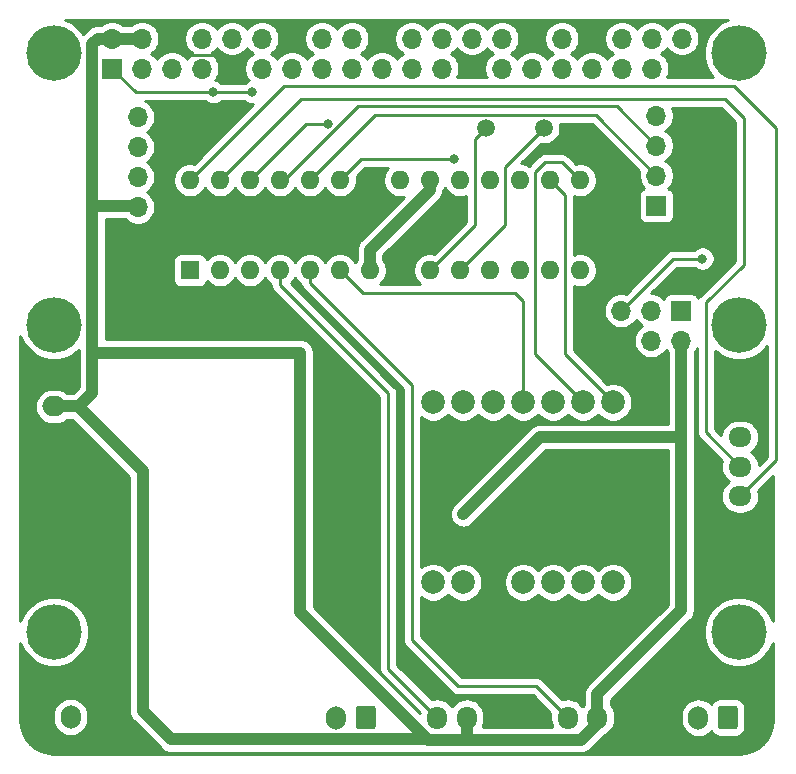
<source format=gbr>
%TF.GenerationSoftware,KiCad,Pcbnew,5.1.10*%
%TF.CreationDate,2021-11-06T21:22:03+05:45*%
%TF.ProjectId,RobotHat,526f626f-7448-4617-942e-6b696361645f,rev?*%
%TF.SameCoordinates,Original*%
%TF.FileFunction,Copper,L2,Bot*%
%TF.FilePolarity,Positive*%
%FSLAX46Y46*%
G04 Gerber Fmt 4.6, Leading zero omitted, Abs format (unit mm)*
G04 Created by KiCad (PCBNEW 5.1.10) date 2021-11-06 21:22:03*
%MOMM*%
%LPD*%
G01*
G04 APERTURE LIST*
%TA.AperFunction,ComponentPad*%
%ADD10O,1.700000X1.700000*%
%TD*%
%TA.AperFunction,ComponentPad*%
%ADD11R,1.700000X1.700000*%
%TD*%
%TA.AperFunction,ComponentPad*%
%ADD12C,1.500000*%
%TD*%
%TA.AperFunction,ComponentPad*%
%ADD13C,2.000000*%
%TD*%
%TA.AperFunction,ComponentPad*%
%ADD14O,1.600000X1.600000*%
%TD*%
%TA.AperFunction,ComponentPad*%
%ADD15R,1.600000X1.600000*%
%TD*%
%TA.AperFunction,ComponentPad*%
%ADD16O,1.950000X1.700000*%
%TD*%
%TA.AperFunction,ComponentPad*%
%ADD17C,4.700000*%
%TD*%
%TA.AperFunction,ComponentPad*%
%ADD18O,2.000000X1.700000*%
%TD*%
%TA.AperFunction,ComponentPad*%
%ADD19O,1.700000X2.000000*%
%TD*%
%TA.AperFunction,ComponentPad*%
%ADD20O,1.700000X1.950000*%
%TD*%
%TA.AperFunction,ViaPad*%
%ADD21C,0.800000*%
%TD*%
%TA.AperFunction,Conductor*%
%ADD22C,0.250000*%
%TD*%
%TA.AperFunction,Conductor*%
%ADD23C,1.000000*%
%TD*%
%TA.AperFunction,Conductor*%
%ADD24C,0.254000*%
%TD*%
%TA.AperFunction,Conductor*%
%ADD25C,0.100000*%
%TD*%
G04 APERTURE END LIST*
D10*
%TO.P,J11,40*%
%TO.N,N/C*%
X106960000Y-44260000D03*
%TO.P,J11,39*%
%TO.N,GND*%
X106960000Y-46800000D03*
%TO.P,J11,38*%
%TO.N,N/C*%
X104420000Y-44260000D03*
%TO.P,J11,37*%
X104420000Y-46800000D03*
%TO.P,J11,36*%
X101880000Y-44260000D03*
%TO.P,J11,35*%
X101880000Y-46800000D03*
%TO.P,J11,34*%
%TO.N,GND*%
X99340000Y-44260000D03*
%TO.P,J11,33*%
%TO.N,N/C*%
X99340000Y-46800000D03*
%TO.P,J11,32*%
X96800000Y-44260000D03*
%TO.P,J11,31*%
X96800000Y-46800000D03*
%TO.P,J11,30*%
%TO.N,GND*%
X94260000Y-44260000D03*
%TO.P,J11,29*%
%TO.N,N/C*%
X94260000Y-46800000D03*
%TO.P,J11,28*%
X91720000Y-44260000D03*
%TO.P,J11,27*%
X91720000Y-46800000D03*
%TO.P,J11,26*%
X89180000Y-44260000D03*
%TO.P,J11,25*%
%TO.N,GND*%
X89180000Y-46800000D03*
%TO.P,J11,24*%
%TO.N,N/C*%
X86640000Y-44260000D03*
%TO.P,J11,23*%
X86640000Y-46800000D03*
%TO.P,J11,22*%
X84100000Y-44260000D03*
%TO.P,J11,21*%
X84100000Y-46800000D03*
%TO.P,J11,20*%
%TO.N,GND*%
X81560000Y-44260000D03*
%TO.P,J11,19*%
%TO.N,N/C*%
X81560000Y-46800000D03*
%TO.P,J11,18*%
X79020000Y-44260000D03*
%TO.P,J11,17*%
%TO.N,+3V3*%
X79020000Y-46800000D03*
%TO.P,J11,16*%
%TO.N,N/C*%
X76480000Y-44260000D03*
%TO.P,J11,15*%
X76480000Y-46800000D03*
%TO.P,J11,14*%
%TO.N,GND*%
X73940000Y-44260000D03*
%TO.P,J11,13*%
%TO.N,N/C*%
X73940000Y-46800000D03*
%TO.P,J11,12*%
X71400000Y-44260000D03*
%TO.P,J11,11*%
X71400000Y-46800000D03*
%TO.P,J11,10*%
X68860000Y-44260000D03*
%TO.P,J11,9*%
%TO.N,GND*%
X68860000Y-46800000D03*
%TO.P,J11,8*%
%TO.N,N/C*%
X66320000Y-44260000D03*
%TO.P,J11,7*%
X66320000Y-46800000D03*
%TO.P,J11,6*%
%TO.N,GND*%
X63780000Y-44260000D03*
%TO.P,J11,5*%
%TO.N,3v3_SCL*%
X63780000Y-46800000D03*
%TO.P,J11,4*%
%TO.N,+5V*%
X61240000Y-44260000D03*
%TO.P,J11,3*%
%TO.N,3v3_SDA*%
X61240000Y-46800000D03*
%TO.P,J11,2*%
%TO.N,+5V*%
X58700000Y-44260000D03*
D11*
%TO.P,J11,1*%
%TO.N,+3V3*%
X58700000Y-46800000D03*
%TD*%
D10*
%TO.P,J8,4*%
%TO.N,A3*%
X104800000Y-50780000D03*
%TO.P,J8,3*%
%TO.N,A2*%
X104800000Y-53320000D03*
%TO.P,J8,2*%
%TO.N,A1*%
X104800000Y-55860000D03*
D11*
%TO.P,J8,1*%
%TO.N,A0*%
X104800000Y-58400000D03*
%TD*%
D12*
%TO.P,Y1,2*%
%TO.N,XTAL1*%
X90406000Y-51818000D03*
%TO.P,Y1,1*%
%TO.N,XTAL2*%
X95286000Y-51818000D03*
%TD*%
D13*
%TO.P,U3,16*%
%TO.N,GND*%
X103680000Y-75060000D03*
%TO.P,U3,15*%
%TO.N,D10*%
X101140000Y-75060000D03*
%TO.P,U3,14*%
%TO.N,D9*%
X98600000Y-75060000D03*
%TO.P,U3,13*%
%TO.N,D8*%
X96060000Y-75060000D03*
%TO.P,U3,12*%
%TO.N,D4*%
X93520000Y-75060000D03*
%TO.P,U3,11*%
%TO.N,D7*%
X90980000Y-75060000D03*
%TO.P,U3,10*%
%TO.N,D6*%
X88440000Y-75060000D03*
%TO.P,U3,9*%
%TO.N,D5*%
X85900000Y-75060000D03*
%TO.P,U3,8*%
%TO.N,GND*%
X103680000Y-90300000D03*
%TO.P,U3,7*%
%TO.N,MOTORB1*%
X101140000Y-90300000D03*
%TO.P,U3,6*%
%TO.N,MOTORB2*%
X98600000Y-90300000D03*
%TO.P,U3,5*%
%TO.N,MOTORA2*%
X96060000Y-90300000D03*
%TO.P,U3,4*%
%TO.N,MOTORA1*%
X93520000Y-90300000D03*
%TO.P,U3,3*%
%TO.N,GND*%
X90980000Y-90300000D03*
%TO.P,U3,2*%
%TO.N,+5V*%
X88440000Y-90300000D03*
%TO.P,U3,1*%
%TO.N,+9VA*%
X85900000Y-90300000D03*
%TD*%
D14*
%TO.P,U1,28*%
%TO.N,SCL*%
X65314000Y-56262000D03*
%TO.P,U1,14*%
%TO.N,D8*%
X98334000Y-63882000D03*
%TO.P,U1,27*%
%TO.N,SDA*%
X67854000Y-56262000D03*
%TO.P,U1,13*%
%TO.N,D7*%
X95794000Y-63882000D03*
%TO.P,U1,26*%
%TO.N,A3*%
X70394000Y-56262000D03*
%TO.P,U1,12*%
%TO.N,D6*%
X93254000Y-63882000D03*
%TO.P,U1,25*%
%TO.N,A2*%
X72934000Y-56262000D03*
%TO.P,U1,11*%
%TO.N,D5*%
X90714000Y-63882000D03*
%TO.P,U1,24*%
%TO.N,A1*%
X75474000Y-56262000D03*
%TO.P,U1,10*%
%TO.N,XTAL2*%
X88174000Y-63882000D03*
%TO.P,U1,23*%
%TO.N,A0*%
X78014000Y-56262000D03*
%TO.P,U1,9*%
%TO.N,XTAL1*%
X85634000Y-63882000D03*
%TO.P,U1,22*%
%TO.N,GND*%
X80554000Y-56262000D03*
%TO.P,U1,8*%
X83094000Y-63882000D03*
%TO.P,U1,21*%
%TO.N,AREF*%
X83094000Y-56262000D03*
%TO.P,U1,7*%
%TO.N,+5V*%
X80554000Y-63882000D03*
%TO.P,U1,20*%
X85634000Y-56262000D03*
%TO.P,U1,6*%
%TO.N,D4*%
X78014000Y-63882000D03*
%TO.P,U1,19*%
%TO.N,SCK*%
X88174000Y-56262000D03*
%TO.P,U1,5*%
%TO.N,D3*%
X75474000Y-63882000D03*
%TO.P,U1,18*%
%TO.N,MISO*%
X90714000Y-56262000D03*
%TO.P,U1,4*%
%TO.N,D2*%
X72934000Y-63882000D03*
%TO.P,U1,17*%
%TO.N,MOSI*%
X93254000Y-56262000D03*
%TO.P,U1,3*%
%TO.N,TXO*%
X70394000Y-63882000D03*
%TO.P,U1,16*%
%TO.N,D10*%
X95794000Y-56262000D03*
%TO.P,U1,2*%
%TO.N,RXI*%
X67854000Y-63882000D03*
%TO.P,U1,15*%
%TO.N,D9*%
X98334000Y-56262000D03*
D15*
%TO.P,U1,1*%
%TO.N,RESET*%
X65314000Y-63882000D03*
%TD*%
%TO.P,J5,1*%
%TO.N,GND*%
%TA.AperFunction,ComponentPad*%
G36*
G01*
X111175000Y-74650000D02*
X112625000Y-74650000D01*
G75*
G02*
X112875000Y-74900000I0J-250000D01*
G01*
X112875000Y-76100000D01*
G75*
G02*
X112625000Y-76350000I-250000J0D01*
G01*
X111175000Y-76350000D01*
G75*
G02*
X110925000Y-76100000I0J250000D01*
G01*
X110925000Y-74900000D01*
G75*
G02*
X111175000Y-74650000I250000J0D01*
G01*
G37*
%TD.AperFunction*%
D16*
%TO.P,J5,2*%
%TO.N,+5V*%
X111900000Y-78000000D03*
%TO.P,J5,3*%
%TO.N,SDA*%
X111900000Y-80500000D03*
%TO.P,J5,4*%
%TO.N,SCL*%
X111900000Y-83000000D03*
%TD*%
D11*
%TO.P,J3,1*%
%TO.N,MISO*%
X106900000Y-67300000D03*
D10*
%TO.P,J3,2*%
%TO.N,+5V*%
X106900000Y-69840000D03*
%TO.P,J3,3*%
%TO.N,SCK*%
X104360000Y-67300000D03*
%TO.P,J3,4*%
%TO.N,MOSI*%
X104360000Y-69840000D03*
%TO.P,J3,5*%
%TO.N,RESET*%
X101820000Y-67300000D03*
%TO.P,J3,6*%
%TO.N,GND*%
X101820000Y-69840000D03*
%TD*%
%TO.P,J4,6*%
%TO.N,DTR*%
X60900000Y-50900000D03*
%TO.P,J4,5*%
%TO.N,TXO*%
X60900000Y-53440000D03*
%TO.P,J4,4*%
%TO.N,RXI*%
X60900000Y-55980000D03*
%TO.P,J4,3*%
%TO.N,+5V*%
X60900000Y-58520000D03*
%TO.P,J4,2*%
%TO.N,GND*%
X60900000Y-61060000D03*
D11*
%TO.P,J4,1*%
X60900000Y-63600000D03*
%TD*%
D17*
%TO.P,H6,1*%
%TO.N,N/C*%
X111800000Y-94500000D03*
%TD*%
%TO.P,H5,1*%
%TO.N,N/C*%
X53800000Y-94500000D03*
%TD*%
D18*
%TO.P,J2,2*%
%TO.N,+5V*%
X53800000Y-75400000D03*
%TO.P,J2,1*%
%TO.N,GND*%
%TA.AperFunction,ComponentPad*%
G36*
G01*
X54550000Y-78750000D02*
X53050000Y-78750000D01*
G75*
G02*
X52800000Y-78500000I0J250000D01*
G01*
X52800000Y-77300000D01*
G75*
G02*
X53050000Y-77050000I250000J0D01*
G01*
X54550000Y-77050000D01*
G75*
G02*
X54800000Y-77300000I0J-250000D01*
G01*
X54800000Y-78500000D01*
G75*
G02*
X54550000Y-78750000I-250000J0D01*
G01*
G37*
%TD.AperFunction*%
%TD*%
D17*
%TO.P,H4,1*%
%TO.N,N/C*%
X111800000Y-68500000D03*
%TD*%
%TO.P,H3,1*%
%TO.N,N/C*%
X111800000Y-45500000D03*
%TD*%
%TO.P,H2,1*%
%TO.N,N/C*%
X53800000Y-68500000D03*
%TD*%
%TO.P,H1,1*%
%TO.N,N/C*%
X53800000Y-45500000D03*
%TD*%
D19*
%TO.P,J10,2*%
%TO.N,MOTORB2*%
X108350000Y-101750000D03*
%TO.P,J10,1*%
%TO.N,MOTORB1*%
%TA.AperFunction,ComponentPad*%
G36*
G01*
X111700000Y-101000000D02*
X111700000Y-102500000D01*
G75*
G02*
X111450000Y-102750000I-250000J0D01*
G01*
X110250000Y-102750000D01*
G75*
G02*
X110000000Y-102500000I0J250000D01*
G01*
X110000000Y-101000000D01*
G75*
G02*
X110250000Y-100750000I250000J0D01*
G01*
X111450000Y-100750000D01*
G75*
G02*
X111700000Y-101000000I0J-250000D01*
G01*
G37*
%TD.AperFunction*%
%TD*%
%TO.P,J9,2*%
%TO.N,MOTORA1*%
X77700000Y-101750000D03*
%TO.P,J9,1*%
%TO.N,MOTORA2*%
%TA.AperFunction,ComponentPad*%
G36*
G01*
X81050000Y-101000000D02*
X81050000Y-102500000D01*
G75*
G02*
X80800000Y-102750000I-250000J0D01*
G01*
X79600000Y-102750000D01*
G75*
G02*
X79350000Y-102500000I0J250000D01*
G01*
X79350000Y-101000000D01*
G75*
G02*
X79600000Y-100750000I250000J0D01*
G01*
X80800000Y-100750000D01*
G75*
G02*
X81050000Y-101000000I0J-250000D01*
G01*
G37*
%TD.AperFunction*%
%TD*%
D20*
%TO.P,J7,3*%
%TO.N,D3*%
X97300000Y-101750000D03*
%TO.P,J7,2*%
%TO.N,+5V*%
X99800000Y-101750000D03*
%TO.P,J7,1*%
%TO.N,GND*%
%TA.AperFunction,ComponentPad*%
G36*
G01*
X103150000Y-101025000D02*
X103150000Y-102475000D01*
G75*
G02*
X102900000Y-102725000I-250000J0D01*
G01*
X101700000Y-102725000D01*
G75*
G02*
X101450000Y-102475000I0J250000D01*
G01*
X101450000Y-101025000D01*
G75*
G02*
X101700000Y-100775000I250000J0D01*
G01*
X102900000Y-100775000D01*
G75*
G02*
X103150000Y-101025000I0J-250000D01*
G01*
G37*
%TD.AperFunction*%
%TD*%
%TO.P,J6,3*%
%TO.N,D2*%
X86250000Y-101750000D03*
%TO.P,J6,2*%
%TO.N,+5V*%
X88750000Y-101750000D03*
%TO.P,J6,1*%
%TO.N,GND*%
%TA.AperFunction,ComponentPad*%
G36*
G01*
X92100000Y-101025000D02*
X92100000Y-102475000D01*
G75*
G02*
X91850000Y-102725000I-250000J0D01*
G01*
X90650000Y-102725000D01*
G75*
G02*
X90400000Y-102475000I0J250000D01*
G01*
X90400000Y-101025000D01*
G75*
G02*
X90650000Y-100775000I250000J0D01*
G01*
X91850000Y-100775000D01*
G75*
G02*
X92100000Y-101025000I0J-250000D01*
G01*
G37*
%TD.AperFunction*%
%TD*%
D19*
%TO.P,J1,2*%
%TO.N,+9V*%
X55200000Y-101700000D03*
%TO.P,J1,1*%
%TO.N,GND*%
%TA.AperFunction,ComponentPad*%
G36*
G01*
X58550000Y-100950000D02*
X58550000Y-102450000D01*
G75*
G02*
X58300000Y-102700000I-250000J0D01*
G01*
X57100000Y-102700000D01*
G75*
G02*
X56850000Y-102450000I0J250000D01*
G01*
X56850000Y-100950000D01*
G75*
G02*
X57100000Y-100700000I250000J0D01*
G01*
X58300000Y-100700000D01*
G75*
G02*
X58550000Y-100950000I0J-250000D01*
G01*
G37*
%TD.AperFunction*%
%TD*%
D21*
%TO.N,GND*%
X55100000Y-86350000D03*
X55100000Y-89750000D03*
X84200000Y-61100000D03*
X70600000Y-61100000D03*
X75600000Y-58800000D03*
X108400000Y-53400000D03*
X108400000Y-58400000D03*
X52500000Y-99200000D03*
X98100000Y-84600000D03*
X101300000Y-61500000D03*
X106600000Y-60900000D03*
%TO.N,RESET*%
X108700000Y-62900000D03*
%TO.N,+5V*%
X88440000Y-84529998D03*
X74650000Y-70849998D03*
X106900014Y-78000000D03*
%TO.N,+3V3*%
X67300000Y-48800000D03*
X70600000Y-48800000D03*
%TO.N,A3*%
X77000000Y-51500000D03*
%TO.N,A0*%
X87700000Y-54500000D03*
%TD*%
D22*
%TO.N,GND*%
X65144999Y-45624999D02*
X63780000Y-44260000D01*
X67684999Y-45624999D02*
X65144999Y-45624999D01*
X68860000Y-46800000D02*
X67684999Y-45624999D01*
X83094000Y-62206000D02*
X83094000Y-63882000D01*
X84200000Y-61100000D02*
X83094000Y-62206000D01*
X106000000Y-61500000D02*
X106600000Y-60900000D01*
X101300000Y-61500000D02*
X106000000Y-61500000D01*
%TO.N,XTAL1*%
X85634000Y-63882000D02*
X89444000Y-60072000D01*
X89444000Y-60072000D02*
X89444000Y-52780000D01*
X89444000Y-52780000D02*
X90406000Y-51818000D01*
%TO.N,RESET*%
X101820000Y-67300000D02*
X106220000Y-62900000D01*
X106220000Y-62900000D02*
X108700000Y-62900000D01*
%TO.N,XTAL2*%
X95286000Y-51818000D02*
X91984000Y-55120000D01*
X91984000Y-55120000D02*
X91984000Y-60072000D01*
X91984000Y-60072000D02*
X88174000Y-63882000D01*
D23*
%TO.N,+5V*%
X57497919Y-44260000D02*
X58700000Y-44260000D01*
X57050000Y-44707919D02*
X57497919Y-44260000D01*
X61240000Y-44260000D02*
X58700000Y-44260000D01*
X57050000Y-58400000D02*
X57050000Y-44707919D01*
X98400000Y-103650000D02*
X88750000Y-103650000D01*
X99750000Y-102300000D02*
X98400000Y-103650000D01*
X88750000Y-101750000D02*
X88750000Y-103650000D01*
X74650000Y-75350000D02*
X74650000Y-75350000D01*
X60780000Y-58400000D02*
X60900000Y-58520000D01*
X57050000Y-58400000D02*
X60780000Y-58400000D01*
X88750000Y-103650000D02*
X85450000Y-103650000D01*
X85450000Y-103650000D02*
X74650000Y-92850000D01*
X74650000Y-92850000D02*
X74650000Y-70849998D01*
X55893500Y-75400000D02*
X53800000Y-75400000D01*
X57050000Y-74243500D02*
X55893500Y-75400000D01*
X57249998Y-70849998D02*
X57050000Y-70650000D01*
X74650000Y-70849998D02*
X57249998Y-70849998D01*
X57050000Y-70650000D02*
X57050000Y-74243500D01*
X57050000Y-58400000D02*
X57050000Y-70650000D01*
X85634000Y-57066000D02*
X85634000Y-56262000D01*
X80554000Y-62146000D02*
X85634000Y-57066000D01*
X80554000Y-63882000D02*
X80554000Y-62146000D01*
X85400000Y-103600000D02*
X85450000Y-103650000D01*
X63700000Y-103600000D02*
X85400000Y-103600000D01*
X61300000Y-80900000D02*
X61300000Y-101200000D01*
X55800000Y-75400000D02*
X61300000Y-80900000D01*
X61300000Y-101200000D02*
X63700000Y-103600000D01*
X53800000Y-75400000D02*
X55800000Y-75400000D01*
X99800000Y-99775000D02*
X106900014Y-92674986D01*
X94969998Y-78000000D02*
X106900014Y-78000000D01*
X106900000Y-77999986D02*
X106900014Y-78000000D01*
X88440000Y-84529998D02*
X94969998Y-78000000D01*
X106900000Y-69840000D02*
X106900000Y-77999986D01*
X99800000Y-101750000D02*
X99800000Y-99775000D01*
X106900014Y-92674986D02*
X106900014Y-78000000D01*
D22*
%TO.N,+3V3*%
X60700000Y-48800000D02*
X58700000Y-46800000D01*
X67300000Y-48800000D02*
X60700000Y-48800000D01*
X70600000Y-48800000D02*
X67300000Y-48800000D01*
%TO.N,SCL*%
X73276000Y-48300000D02*
X65314000Y-56262000D01*
X111400000Y-48300000D02*
X73276000Y-48300000D01*
X114925010Y-51825010D02*
X111400000Y-48300000D01*
X114925010Y-79974990D02*
X114925010Y-51825010D01*
X111900000Y-83000000D02*
X114925010Y-79974990D01*
%TO.N,SDA*%
X109000000Y-77600000D02*
X111900000Y-80500000D01*
X112200000Y-63400000D02*
X109000000Y-66600000D01*
X109000000Y-66600000D02*
X109000000Y-77600000D01*
X112200000Y-51000000D02*
X112200000Y-63400000D01*
X110600000Y-49400000D02*
X112200000Y-51000000D01*
X74716000Y-49400000D02*
X110600000Y-49400000D01*
X67854000Y-56262000D02*
X74716000Y-49400000D01*
%TO.N,A3*%
X75156000Y-51500000D02*
X70394000Y-56262000D01*
X77000000Y-51500000D02*
X75156000Y-51500000D01*
%TO.N,A2*%
X73311002Y-56262000D02*
X72934000Y-56262000D01*
X79573002Y-50000000D02*
X73311002Y-56262000D01*
X101480000Y-50000000D02*
X79573002Y-50000000D01*
X104800000Y-53320000D02*
X101480000Y-50000000D01*
%TO.N,A1*%
X99682999Y-50742999D02*
X80993001Y-50742999D01*
X80993001Y-50742999D02*
X75474000Y-56262000D01*
X104800000Y-55860000D02*
X99682999Y-50742999D01*
%TO.N,A0*%
X79776000Y-54500000D02*
X78014000Y-56262000D01*
X87700000Y-54500000D02*
X79776000Y-54500000D01*
%TO.N,D2*%
X72934000Y-65134000D02*
X72934000Y-63882000D01*
X82100000Y-74300000D02*
X72934000Y-65134000D01*
X82100000Y-97600000D02*
X82100000Y-74300000D01*
X86250000Y-101750000D02*
X82100000Y-97600000D01*
%TO.N,D3*%
X84100000Y-73600000D02*
X75474000Y-64974000D01*
X75474000Y-64974000D02*
X75474000Y-63882000D01*
X84100000Y-95200000D02*
X84100000Y-73600000D01*
X88000000Y-99100000D02*
X84100000Y-95200000D01*
X94650000Y-99100000D02*
X88000000Y-99100000D01*
X97300000Y-101750000D02*
X94650000Y-99100000D01*
%TO.N,D10*%
X97047999Y-70967999D02*
X101140000Y-75060000D01*
X97047999Y-57515999D02*
X97047999Y-70967999D01*
X95794000Y-56262000D02*
X97047999Y-57515999D01*
%TO.N,D9*%
X94524000Y-70984000D02*
X98600000Y-75060000D01*
X94524000Y-55577000D02*
X94524000Y-70984000D01*
X95363000Y-54738000D02*
X94524000Y-55577000D01*
X96810000Y-54738000D02*
X95363000Y-54738000D01*
X98334000Y-56262000D02*
X96810000Y-54738000D01*
%TO.N,D4*%
X79932000Y-65800000D02*
X78014000Y-63882000D01*
X92800000Y-65800000D02*
X79932000Y-65800000D01*
X93520000Y-66520000D02*
X92800000Y-65800000D01*
X93520000Y-75060000D02*
X93520000Y-66520000D01*
%TD*%
D24*
%TO.N,GND*%
X51154727Y-69913928D02*
X51481399Y-70402826D01*
X51897174Y-70818601D01*
X52386072Y-71145273D01*
X52929308Y-71370288D01*
X53506003Y-71485000D01*
X54093997Y-71485000D01*
X54670692Y-71370288D01*
X55213928Y-71145273D01*
X55702826Y-70818601D01*
X55913669Y-70607758D01*
X55909509Y-70650000D01*
X55915000Y-70705752D01*
X55915001Y-73773367D01*
X55423369Y-74265000D01*
X54907817Y-74265000D01*
X54779014Y-74159294D01*
X54521034Y-74021401D01*
X54241111Y-73936487D01*
X54022950Y-73915000D01*
X53577050Y-73915000D01*
X53358889Y-73936487D01*
X53078966Y-74021401D01*
X52820986Y-74159294D01*
X52594866Y-74344866D01*
X52409294Y-74570986D01*
X52271401Y-74828966D01*
X52186487Y-75108889D01*
X52157815Y-75400000D01*
X52186487Y-75691111D01*
X52271401Y-75971034D01*
X52409294Y-76229014D01*
X52594866Y-76455134D01*
X52820986Y-76640706D01*
X53078966Y-76778599D01*
X53358889Y-76863513D01*
X53577050Y-76885000D01*
X54022950Y-76885000D01*
X54241111Y-76863513D01*
X54521034Y-76778599D01*
X54779014Y-76640706D01*
X54907817Y-76535000D01*
X55329869Y-76535000D01*
X60165000Y-81370133D01*
X60165001Y-101144238D01*
X60159509Y-101200000D01*
X60181423Y-101422498D01*
X60246324Y-101636446D01*
X60285919Y-101710522D01*
X60351717Y-101833623D01*
X60493552Y-102006449D01*
X60536860Y-102041991D01*
X62858013Y-104363146D01*
X62893551Y-104406449D01*
X62936854Y-104441987D01*
X62936856Y-104441989D01*
X63066377Y-104548284D01*
X63263553Y-104653676D01*
X63477501Y-104718577D01*
X63700000Y-104740491D01*
X63755752Y-104735000D01*
X85116813Y-104735000D01*
X85227501Y-104768577D01*
X85394248Y-104785000D01*
X85394249Y-104785000D01*
X85450000Y-104790491D01*
X85505752Y-104785000D01*
X88694249Y-104785000D01*
X88750000Y-104790491D01*
X88805752Y-104785000D01*
X98344249Y-104785000D01*
X98400000Y-104790491D01*
X98455751Y-104785000D01*
X98455752Y-104785000D01*
X98622499Y-104768577D01*
X98836447Y-104703676D01*
X99033623Y-104598284D01*
X99206449Y-104456449D01*
X99241996Y-104413135D01*
X100436555Y-103218577D01*
X100629013Y-103115706D01*
X100855134Y-102930134D01*
X101040706Y-102704014D01*
X101178599Y-102446034D01*
X101263513Y-102166111D01*
X101285000Y-101947950D01*
X101285000Y-101552051D01*
X101282538Y-101527050D01*
X106865000Y-101527050D01*
X106865000Y-101972949D01*
X106886487Y-102191110D01*
X106971401Y-102471033D01*
X107109294Y-102729013D01*
X107294866Y-102955134D01*
X107520986Y-103140706D01*
X107778966Y-103278599D01*
X108058889Y-103363513D01*
X108350000Y-103392185D01*
X108641110Y-103363513D01*
X108921033Y-103278599D01*
X109179013Y-103140706D01*
X109405134Y-102955134D01*
X109457223Y-102891663D01*
X109511595Y-102993386D01*
X109622038Y-103127962D01*
X109756614Y-103238405D01*
X109910150Y-103320472D01*
X110076746Y-103371008D01*
X110250000Y-103388072D01*
X111450000Y-103388072D01*
X111623254Y-103371008D01*
X111789850Y-103320472D01*
X111943386Y-103238405D01*
X112077962Y-103127962D01*
X112188405Y-102993386D01*
X112270472Y-102839850D01*
X112321008Y-102673254D01*
X112338072Y-102500000D01*
X112338072Y-101000000D01*
X112321008Y-100826746D01*
X112270472Y-100660150D01*
X112188405Y-100506614D01*
X112077962Y-100372038D01*
X111943386Y-100261595D01*
X111789850Y-100179528D01*
X111623254Y-100128992D01*
X111450000Y-100111928D01*
X110250000Y-100111928D01*
X110076746Y-100128992D01*
X109910150Y-100179528D01*
X109756614Y-100261595D01*
X109622038Y-100372038D01*
X109511595Y-100506614D01*
X109457223Y-100608337D01*
X109405134Y-100544866D01*
X109179014Y-100359294D01*
X108921034Y-100221401D01*
X108641111Y-100136487D01*
X108350000Y-100107815D01*
X108058890Y-100136487D01*
X107778967Y-100221401D01*
X107520987Y-100359294D01*
X107294866Y-100544866D01*
X107109294Y-100770986D01*
X106971401Y-101028966D01*
X106886487Y-101308889D01*
X106865000Y-101527050D01*
X101282538Y-101527050D01*
X101263513Y-101333890D01*
X101178599Y-101053967D01*
X101040706Y-100795986D01*
X100935000Y-100667183D01*
X100935000Y-100245131D01*
X107663155Y-93516977D01*
X107706463Y-93481435D01*
X107848298Y-93308609D01*
X107953690Y-93111433D01*
X108018591Y-92897485D01*
X108035014Y-92730738D01*
X108035014Y-92730737D01*
X108040505Y-92674987D01*
X108035014Y-92619235D01*
X108035014Y-78055752D01*
X108040505Y-78000000D01*
X108035000Y-77944106D01*
X108035000Y-70805107D01*
X108053475Y-70786632D01*
X108215990Y-70543411D01*
X108240000Y-70485445D01*
X108240001Y-77562668D01*
X108236324Y-77600000D01*
X108250998Y-77748985D01*
X108294454Y-77892246D01*
X108365026Y-78024276D01*
X108428763Y-78101939D01*
X108460000Y-78140001D01*
X108488998Y-78163799D01*
X110363296Y-80038098D01*
X110311487Y-80208889D01*
X110282815Y-80500000D01*
X110311487Y-80791111D01*
X110396401Y-81071034D01*
X110534294Y-81329014D01*
X110719866Y-81555134D01*
X110945986Y-81740706D01*
X110963374Y-81750000D01*
X110945986Y-81759294D01*
X110719866Y-81944866D01*
X110534294Y-82170986D01*
X110396401Y-82428966D01*
X110311487Y-82708889D01*
X110282815Y-83000000D01*
X110311487Y-83291111D01*
X110396401Y-83571034D01*
X110534294Y-83829014D01*
X110719866Y-84055134D01*
X110945986Y-84240706D01*
X111203966Y-84378599D01*
X111483889Y-84463513D01*
X111702050Y-84485000D01*
X112097950Y-84485000D01*
X112316111Y-84463513D01*
X112596034Y-84378599D01*
X112854014Y-84240706D01*
X113080134Y-84055134D01*
X113265706Y-83829014D01*
X113403599Y-83571034D01*
X113488513Y-83291111D01*
X113517185Y-83000000D01*
X113488513Y-82708889D01*
X113436704Y-82538098D01*
X114640000Y-81334801D01*
X114640001Y-93556188D01*
X114445273Y-93086072D01*
X114118601Y-92597174D01*
X113702826Y-92181399D01*
X113213928Y-91854727D01*
X112670692Y-91629712D01*
X112093997Y-91515000D01*
X111506003Y-91515000D01*
X110929308Y-91629712D01*
X110386072Y-91854727D01*
X109897174Y-92181399D01*
X109481399Y-92597174D01*
X109154727Y-93086072D01*
X108929712Y-93629308D01*
X108815000Y-94206003D01*
X108815000Y-94793997D01*
X108929712Y-95370692D01*
X109154727Y-95913928D01*
X109481399Y-96402826D01*
X109897174Y-96818601D01*
X110386072Y-97145273D01*
X110929308Y-97370288D01*
X111506003Y-97485000D01*
X112093997Y-97485000D01*
X112670692Y-97370288D01*
X113213928Y-97145273D01*
X113702826Y-96818601D01*
X114118601Y-96402826D01*
X114445273Y-95913928D01*
X114640001Y-95443812D01*
X114640001Y-101967711D01*
X114582808Y-102551010D01*
X114422783Y-103081036D01*
X114162860Y-103569880D01*
X113812935Y-103998931D01*
X113386335Y-104351845D01*
X112899320Y-104615173D01*
X112370422Y-104778894D01*
X111789040Y-104840000D01*
X53832279Y-104840000D01*
X53248990Y-104782808D01*
X52718964Y-104622783D01*
X52230120Y-104362860D01*
X51801069Y-104012935D01*
X51448155Y-103586335D01*
X51184827Y-103099320D01*
X51021106Y-102570422D01*
X50960000Y-101989040D01*
X50960000Y-101477050D01*
X53715000Y-101477050D01*
X53715000Y-101922949D01*
X53736487Y-102141110D01*
X53821401Y-102421033D01*
X53959294Y-102679013D01*
X54144866Y-102905134D01*
X54370986Y-103090706D01*
X54628966Y-103228599D01*
X54908889Y-103313513D01*
X55200000Y-103342185D01*
X55491110Y-103313513D01*
X55771033Y-103228599D01*
X56029013Y-103090706D01*
X56255134Y-102905134D01*
X56440706Y-102679014D01*
X56578599Y-102421034D01*
X56663513Y-102141111D01*
X56685000Y-101922950D01*
X56685000Y-101477051D01*
X56663513Y-101258890D01*
X56578599Y-100978967D01*
X56440706Y-100720986D01*
X56255134Y-100494866D01*
X56029014Y-100309294D01*
X55771034Y-100171401D01*
X55491111Y-100086487D01*
X55200000Y-100057815D01*
X54908890Y-100086487D01*
X54628967Y-100171401D01*
X54370987Y-100309294D01*
X54144866Y-100494866D01*
X53959294Y-100720986D01*
X53821401Y-100978966D01*
X53736487Y-101258889D01*
X53715000Y-101477050D01*
X50960000Y-101477050D01*
X50960000Y-95443814D01*
X51154727Y-95913928D01*
X51481399Y-96402826D01*
X51897174Y-96818601D01*
X52386072Y-97145273D01*
X52929308Y-97370288D01*
X53506003Y-97485000D01*
X54093997Y-97485000D01*
X54670692Y-97370288D01*
X55213928Y-97145273D01*
X55702826Y-96818601D01*
X56118601Y-96402826D01*
X56445273Y-95913928D01*
X56670288Y-95370692D01*
X56785000Y-94793997D01*
X56785000Y-94206003D01*
X56670288Y-93629308D01*
X56445273Y-93086072D01*
X56118601Y-92597174D01*
X55702826Y-92181399D01*
X55213928Y-91854727D01*
X54670692Y-91629712D01*
X54093997Y-91515000D01*
X53506003Y-91515000D01*
X52929308Y-91629712D01*
X52386072Y-91854727D01*
X51897174Y-92181399D01*
X51481399Y-92597174D01*
X51154727Y-93086072D01*
X50960000Y-93556186D01*
X50960000Y-69443814D01*
X51154727Y-69913928D01*
%TA.AperFunction,Conductor*%
D25*
G36*
X51154727Y-69913928D02*
G01*
X51481399Y-70402826D01*
X51897174Y-70818601D01*
X52386072Y-71145273D01*
X52929308Y-71370288D01*
X53506003Y-71485000D01*
X54093997Y-71485000D01*
X54670692Y-71370288D01*
X55213928Y-71145273D01*
X55702826Y-70818601D01*
X55913669Y-70607758D01*
X55909509Y-70650000D01*
X55915000Y-70705752D01*
X55915001Y-73773367D01*
X55423369Y-74265000D01*
X54907817Y-74265000D01*
X54779014Y-74159294D01*
X54521034Y-74021401D01*
X54241111Y-73936487D01*
X54022950Y-73915000D01*
X53577050Y-73915000D01*
X53358889Y-73936487D01*
X53078966Y-74021401D01*
X52820986Y-74159294D01*
X52594866Y-74344866D01*
X52409294Y-74570986D01*
X52271401Y-74828966D01*
X52186487Y-75108889D01*
X52157815Y-75400000D01*
X52186487Y-75691111D01*
X52271401Y-75971034D01*
X52409294Y-76229014D01*
X52594866Y-76455134D01*
X52820986Y-76640706D01*
X53078966Y-76778599D01*
X53358889Y-76863513D01*
X53577050Y-76885000D01*
X54022950Y-76885000D01*
X54241111Y-76863513D01*
X54521034Y-76778599D01*
X54779014Y-76640706D01*
X54907817Y-76535000D01*
X55329869Y-76535000D01*
X60165000Y-81370133D01*
X60165001Y-101144238D01*
X60159509Y-101200000D01*
X60181423Y-101422498D01*
X60246324Y-101636446D01*
X60285919Y-101710522D01*
X60351717Y-101833623D01*
X60493552Y-102006449D01*
X60536860Y-102041991D01*
X62858013Y-104363146D01*
X62893551Y-104406449D01*
X62936854Y-104441987D01*
X62936856Y-104441989D01*
X63066377Y-104548284D01*
X63263553Y-104653676D01*
X63477501Y-104718577D01*
X63700000Y-104740491D01*
X63755752Y-104735000D01*
X85116813Y-104735000D01*
X85227501Y-104768577D01*
X85394248Y-104785000D01*
X85394249Y-104785000D01*
X85450000Y-104790491D01*
X85505752Y-104785000D01*
X88694249Y-104785000D01*
X88750000Y-104790491D01*
X88805752Y-104785000D01*
X98344249Y-104785000D01*
X98400000Y-104790491D01*
X98455751Y-104785000D01*
X98455752Y-104785000D01*
X98622499Y-104768577D01*
X98836447Y-104703676D01*
X99033623Y-104598284D01*
X99206449Y-104456449D01*
X99241996Y-104413135D01*
X100436555Y-103218577D01*
X100629013Y-103115706D01*
X100855134Y-102930134D01*
X101040706Y-102704014D01*
X101178599Y-102446034D01*
X101263513Y-102166111D01*
X101285000Y-101947950D01*
X101285000Y-101552051D01*
X101282538Y-101527050D01*
X106865000Y-101527050D01*
X106865000Y-101972949D01*
X106886487Y-102191110D01*
X106971401Y-102471033D01*
X107109294Y-102729013D01*
X107294866Y-102955134D01*
X107520986Y-103140706D01*
X107778966Y-103278599D01*
X108058889Y-103363513D01*
X108350000Y-103392185D01*
X108641110Y-103363513D01*
X108921033Y-103278599D01*
X109179013Y-103140706D01*
X109405134Y-102955134D01*
X109457223Y-102891663D01*
X109511595Y-102993386D01*
X109622038Y-103127962D01*
X109756614Y-103238405D01*
X109910150Y-103320472D01*
X110076746Y-103371008D01*
X110250000Y-103388072D01*
X111450000Y-103388072D01*
X111623254Y-103371008D01*
X111789850Y-103320472D01*
X111943386Y-103238405D01*
X112077962Y-103127962D01*
X112188405Y-102993386D01*
X112270472Y-102839850D01*
X112321008Y-102673254D01*
X112338072Y-102500000D01*
X112338072Y-101000000D01*
X112321008Y-100826746D01*
X112270472Y-100660150D01*
X112188405Y-100506614D01*
X112077962Y-100372038D01*
X111943386Y-100261595D01*
X111789850Y-100179528D01*
X111623254Y-100128992D01*
X111450000Y-100111928D01*
X110250000Y-100111928D01*
X110076746Y-100128992D01*
X109910150Y-100179528D01*
X109756614Y-100261595D01*
X109622038Y-100372038D01*
X109511595Y-100506614D01*
X109457223Y-100608337D01*
X109405134Y-100544866D01*
X109179014Y-100359294D01*
X108921034Y-100221401D01*
X108641111Y-100136487D01*
X108350000Y-100107815D01*
X108058890Y-100136487D01*
X107778967Y-100221401D01*
X107520987Y-100359294D01*
X107294866Y-100544866D01*
X107109294Y-100770986D01*
X106971401Y-101028966D01*
X106886487Y-101308889D01*
X106865000Y-101527050D01*
X101282538Y-101527050D01*
X101263513Y-101333890D01*
X101178599Y-101053967D01*
X101040706Y-100795986D01*
X100935000Y-100667183D01*
X100935000Y-100245131D01*
X107663155Y-93516977D01*
X107706463Y-93481435D01*
X107848298Y-93308609D01*
X107953690Y-93111433D01*
X108018591Y-92897485D01*
X108035014Y-92730738D01*
X108035014Y-92730737D01*
X108040505Y-92674987D01*
X108035014Y-92619235D01*
X108035014Y-78055752D01*
X108040505Y-78000000D01*
X108035000Y-77944106D01*
X108035000Y-70805107D01*
X108053475Y-70786632D01*
X108215990Y-70543411D01*
X108240000Y-70485445D01*
X108240001Y-77562668D01*
X108236324Y-77600000D01*
X108250998Y-77748985D01*
X108294454Y-77892246D01*
X108365026Y-78024276D01*
X108428763Y-78101939D01*
X108460000Y-78140001D01*
X108488998Y-78163799D01*
X110363296Y-80038098D01*
X110311487Y-80208889D01*
X110282815Y-80500000D01*
X110311487Y-80791111D01*
X110396401Y-81071034D01*
X110534294Y-81329014D01*
X110719866Y-81555134D01*
X110945986Y-81740706D01*
X110963374Y-81750000D01*
X110945986Y-81759294D01*
X110719866Y-81944866D01*
X110534294Y-82170986D01*
X110396401Y-82428966D01*
X110311487Y-82708889D01*
X110282815Y-83000000D01*
X110311487Y-83291111D01*
X110396401Y-83571034D01*
X110534294Y-83829014D01*
X110719866Y-84055134D01*
X110945986Y-84240706D01*
X111203966Y-84378599D01*
X111483889Y-84463513D01*
X111702050Y-84485000D01*
X112097950Y-84485000D01*
X112316111Y-84463513D01*
X112596034Y-84378599D01*
X112854014Y-84240706D01*
X113080134Y-84055134D01*
X113265706Y-83829014D01*
X113403599Y-83571034D01*
X113488513Y-83291111D01*
X113517185Y-83000000D01*
X113488513Y-82708889D01*
X113436704Y-82538098D01*
X114640000Y-81334801D01*
X114640001Y-93556188D01*
X114445273Y-93086072D01*
X114118601Y-92597174D01*
X113702826Y-92181399D01*
X113213928Y-91854727D01*
X112670692Y-91629712D01*
X112093997Y-91515000D01*
X111506003Y-91515000D01*
X110929308Y-91629712D01*
X110386072Y-91854727D01*
X109897174Y-92181399D01*
X109481399Y-92597174D01*
X109154727Y-93086072D01*
X108929712Y-93629308D01*
X108815000Y-94206003D01*
X108815000Y-94793997D01*
X108929712Y-95370692D01*
X109154727Y-95913928D01*
X109481399Y-96402826D01*
X109897174Y-96818601D01*
X110386072Y-97145273D01*
X110929308Y-97370288D01*
X111506003Y-97485000D01*
X112093997Y-97485000D01*
X112670692Y-97370288D01*
X113213928Y-97145273D01*
X113702826Y-96818601D01*
X114118601Y-96402826D01*
X114445273Y-95913928D01*
X114640001Y-95443812D01*
X114640001Y-101967711D01*
X114582808Y-102551010D01*
X114422783Y-103081036D01*
X114162860Y-103569880D01*
X113812935Y-103998931D01*
X113386335Y-104351845D01*
X112899320Y-104615173D01*
X112370422Y-104778894D01*
X111789040Y-104840000D01*
X53832279Y-104840000D01*
X53248990Y-104782808D01*
X52718964Y-104622783D01*
X52230120Y-104362860D01*
X51801069Y-104012935D01*
X51448155Y-103586335D01*
X51184827Y-103099320D01*
X51021106Y-102570422D01*
X50960000Y-101989040D01*
X50960000Y-101477050D01*
X53715000Y-101477050D01*
X53715000Y-101922949D01*
X53736487Y-102141110D01*
X53821401Y-102421033D01*
X53959294Y-102679013D01*
X54144866Y-102905134D01*
X54370986Y-103090706D01*
X54628966Y-103228599D01*
X54908889Y-103313513D01*
X55200000Y-103342185D01*
X55491110Y-103313513D01*
X55771033Y-103228599D01*
X56029013Y-103090706D01*
X56255134Y-102905134D01*
X56440706Y-102679014D01*
X56578599Y-102421034D01*
X56663513Y-102141111D01*
X56685000Y-101922950D01*
X56685000Y-101477051D01*
X56663513Y-101258890D01*
X56578599Y-100978967D01*
X56440706Y-100720986D01*
X56255134Y-100494866D01*
X56029014Y-100309294D01*
X55771034Y-100171401D01*
X55491111Y-100086487D01*
X55200000Y-100057815D01*
X54908890Y-100086487D01*
X54628967Y-100171401D01*
X54370987Y-100309294D01*
X54144866Y-100494866D01*
X53959294Y-100720986D01*
X53821401Y-100978966D01*
X53736487Y-101258889D01*
X53715000Y-101477050D01*
X50960000Y-101477050D01*
X50960000Y-95443814D01*
X51154727Y-95913928D01*
X51481399Y-96402826D01*
X51897174Y-96818601D01*
X52386072Y-97145273D01*
X52929308Y-97370288D01*
X53506003Y-97485000D01*
X54093997Y-97485000D01*
X54670692Y-97370288D01*
X55213928Y-97145273D01*
X55702826Y-96818601D01*
X56118601Y-96402826D01*
X56445273Y-95913928D01*
X56670288Y-95370692D01*
X56785000Y-94793997D01*
X56785000Y-94206003D01*
X56670288Y-93629308D01*
X56445273Y-93086072D01*
X56118601Y-92597174D01*
X55702826Y-92181399D01*
X55213928Y-91854727D01*
X54670692Y-91629712D01*
X54093997Y-91515000D01*
X53506003Y-91515000D01*
X52929308Y-91629712D01*
X52386072Y-91854727D01*
X51897174Y-92181399D01*
X51481399Y-92597174D01*
X51154727Y-93086072D01*
X50960000Y-93556186D01*
X50960000Y-69443814D01*
X51154727Y-69913928D01*
G37*
%TD.AperFunction*%
D24*
X74359363Y-64796759D02*
X74559241Y-64996637D01*
X74723353Y-65106293D01*
X74724997Y-65122985D01*
X74752162Y-65212537D01*
X74768454Y-65266246D01*
X74839026Y-65398276D01*
X74878871Y-65446826D01*
X74933999Y-65514001D01*
X74963003Y-65537804D01*
X83340001Y-73914803D01*
X83340000Y-95162678D01*
X83336324Y-95200000D01*
X83340000Y-95237322D01*
X83340000Y-95237332D01*
X83350997Y-95348985D01*
X83357582Y-95370692D01*
X83394454Y-95492246D01*
X83465026Y-95624276D01*
X83504871Y-95672826D01*
X83559999Y-95740001D01*
X83589003Y-95763804D01*
X87436200Y-99611002D01*
X87459999Y-99640001D01*
X87488997Y-99663799D01*
X87575723Y-99734974D01*
X87650606Y-99775000D01*
X87707753Y-99805546D01*
X87851014Y-99849003D01*
X87962667Y-99860000D01*
X87962677Y-99860000D01*
X88000000Y-99863676D01*
X88037323Y-99860000D01*
X94335199Y-99860000D01*
X95834030Y-101358832D01*
X95815000Y-101552050D01*
X95815000Y-101947949D01*
X95836487Y-102166110D01*
X95921401Y-102446033D01*
X95958265Y-102515000D01*
X90091736Y-102515000D01*
X90128599Y-102446034D01*
X90213513Y-102166111D01*
X90235000Y-101947950D01*
X90235000Y-101552051D01*
X90213513Y-101333890D01*
X90128599Y-101053967D01*
X89990706Y-100795986D01*
X89805134Y-100569866D01*
X89579014Y-100384294D01*
X89321034Y-100246401D01*
X89041111Y-100161487D01*
X88750000Y-100132815D01*
X88458890Y-100161487D01*
X88178967Y-100246401D01*
X87920987Y-100384294D01*
X87694866Y-100569866D01*
X87509294Y-100795986D01*
X87500000Y-100813374D01*
X87490706Y-100795986D01*
X87305134Y-100569866D01*
X87079014Y-100384294D01*
X86821034Y-100246401D01*
X86541111Y-100161487D01*
X86250000Y-100132815D01*
X85958890Y-100161487D01*
X85788098Y-100213296D01*
X82860000Y-97285199D01*
X82860000Y-74337333D01*
X82863677Y-74300000D01*
X82849003Y-74151014D01*
X82805546Y-74007753D01*
X82734974Y-73875724D01*
X82663799Y-73788997D01*
X82640001Y-73759999D01*
X82611003Y-73736201D01*
X73860099Y-64985297D01*
X74048637Y-64796759D01*
X74204000Y-64564241D01*
X74359363Y-64796759D01*
%TA.AperFunction,Conductor*%
D25*
G36*
X74359363Y-64796759D02*
G01*
X74559241Y-64996637D01*
X74723353Y-65106293D01*
X74724997Y-65122985D01*
X74752162Y-65212537D01*
X74768454Y-65266246D01*
X74839026Y-65398276D01*
X74878871Y-65446826D01*
X74933999Y-65514001D01*
X74963003Y-65537804D01*
X83340001Y-73914803D01*
X83340000Y-95162678D01*
X83336324Y-95200000D01*
X83340000Y-95237322D01*
X83340000Y-95237332D01*
X83350997Y-95348985D01*
X83357582Y-95370692D01*
X83394454Y-95492246D01*
X83465026Y-95624276D01*
X83504871Y-95672826D01*
X83559999Y-95740001D01*
X83589003Y-95763804D01*
X87436200Y-99611002D01*
X87459999Y-99640001D01*
X87488997Y-99663799D01*
X87575723Y-99734974D01*
X87650606Y-99775000D01*
X87707753Y-99805546D01*
X87851014Y-99849003D01*
X87962667Y-99860000D01*
X87962677Y-99860000D01*
X88000000Y-99863676D01*
X88037323Y-99860000D01*
X94335199Y-99860000D01*
X95834030Y-101358832D01*
X95815000Y-101552050D01*
X95815000Y-101947949D01*
X95836487Y-102166110D01*
X95921401Y-102446033D01*
X95958265Y-102515000D01*
X90091736Y-102515000D01*
X90128599Y-102446034D01*
X90213513Y-102166111D01*
X90235000Y-101947950D01*
X90235000Y-101552051D01*
X90213513Y-101333890D01*
X90128599Y-101053967D01*
X89990706Y-100795986D01*
X89805134Y-100569866D01*
X89579014Y-100384294D01*
X89321034Y-100246401D01*
X89041111Y-100161487D01*
X88750000Y-100132815D01*
X88458890Y-100161487D01*
X88178967Y-100246401D01*
X87920987Y-100384294D01*
X87694866Y-100569866D01*
X87509294Y-100795986D01*
X87500000Y-100813374D01*
X87490706Y-100795986D01*
X87305134Y-100569866D01*
X87079014Y-100384294D01*
X86821034Y-100246401D01*
X86541111Y-100161487D01*
X86250000Y-100132815D01*
X85958890Y-100161487D01*
X85788098Y-100213296D01*
X82860000Y-97285199D01*
X82860000Y-74337333D01*
X82863677Y-74300000D01*
X82849003Y-74151014D01*
X82805546Y-74007753D01*
X82734974Y-73875724D01*
X82663799Y-73788997D01*
X82640001Y-73759999D01*
X82611003Y-73736201D01*
X73860099Y-64985297D01*
X74048637Y-64796759D01*
X74204000Y-64564241D01*
X74359363Y-64796759D01*
G37*
%TD.AperFunction*%
D24*
X66640226Y-49603937D02*
X66809744Y-49717205D01*
X66998102Y-49795226D01*
X67198061Y-49835000D01*
X67401939Y-49835000D01*
X67601898Y-49795226D01*
X67790256Y-49717205D01*
X67959774Y-49603937D01*
X68003711Y-49560000D01*
X69896289Y-49560000D01*
X69940226Y-49603937D01*
X70109744Y-49717205D01*
X70298102Y-49795226D01*
X70498061Y-49835000D01*
X70666198Y-49835000D01*
X65637887Y-54863312D01*
X65455335Y-54827000D01*
X65172665Y-54827000D01*
X64895426Y-54882147D01*
X64634273Y-54990320D01*
X64399241Y-55147363D01*
X64199363Y-55347241D01*
X64042320Y-55582273D01*
X63934147Y-55843426D01*
X63879000Y-56120665D01*
X63879000Y-56403335D01*
X63934147Y-56680574D01*
X64042320Y-56941727D01*
X64199363Y-57176759D01*
X64399241Y-57376637D01*
X64634273Y-57533680D01*
X64895426Y-57641853D01*
X65172665Y-57697000D01*
X65455335Y-57697000D01*
X65732574Y-57641853D01*
X65993727Y-57533680D01*
X66228759Y-57376637D01*
X66428637Y-57176759D01*
X66584000Y-56944241D01*
X66739363Y-57176759D01*
X66939241Y-57376637D01*
X67174273Y-57533680D01*
X67435426Y-57641853D01*
X67712665Y-57697000D01*
X67995335Y-57697000D01*
X68272574Y-57641853D01*
X68533727Y-57533680D01*
X68768759Y-57376637D01*
X68968637Y-57176759D01*
X69124000Y-56944241D01*
X69279363Y-57176759D01*
X69479241Y-57376637D01*
X69714273Y-57533680D01*
X69975426Y-57641853D01*
X70252665Y-57697000D01*
X70535335Y-57697000D01*
X70812574Y-57641853D01*
X71073727Y-57533680D01*
X71308759Y-57376637D01*
X71508637Y-57176759D01*
X71664000Y-56944241D01*
X71819363Y-57176759D01*
X72019241Y-57376637D01*
X72254273Y-57533680D01*
X72515426Y-57641853D01*
X72792665Y-57697000D01*
X73075335Y-57697000D01*
X73352574Y-57641853D01*
X73613727Y-57533680D01*
X73848759Y-57376637D01*
X74048637Y-57176759D01*
X74204000Y-56944241D01*
X74359363Y-57176759D01*
X74559241Y-57376637D01*
X74794273Y-57533680D01*
X75055426Y-57641853D01*
X75332665Y-57697000D01*
X75615335Y-57697000D01*
X75892574Y-57641853D01*
X76153727Y-57533680D01*
X76388759Y-57376637D01*
X76588637Y-57176759D01*
X76744000Y-56944241D01*
X76899363Y-57176759D01*
X77099241Y-57376637D01*
X77334273Y-57533680D01*
X77595426Y-57641853D01*
X77872665Y-57697000D01*
X78155335Y-57697000D01*
X78432574Y-57641853D01*
X78693727Y-57533680D01*
X78928759Y-57376637D01*
X79128637Y-57176759D01*
X79285680Y-56941727D01*
X79393853Y-56680574D01*
X79449000Y-56403335D01*
X79449000Y-56120665D01*
X79412688Y-55938114D01*
X80090802Y-55260000D01*
X82066604Y-55260000D01*
X81979363Y-55347241D01*
X81822320Y-55582273D01*
X81714147Y-55843426D01*
X81659000Y-56120665D01*
X81659000Y-56403335D01*
X81714147Y-56680574D01*
X81822320Y-56941727D01*
X81979363Y-57176759D01*
X82179241Y-57376637D01*
X82414273Y-57533680D01*
X82675426Y-57641853D01*
X82952665Y-57697000D01*
X83235335Y-57697000D01*
X83438226Y-57656642D01*
X79790860Y-61304009D01*
X79747552Y-61339551D01*
X79605717Y-61512377D01*
X79549384Y-61617770D01*
X79500324Y-61709554D01*
X79435423Y-61923502D01*
X79413509Y-62146000D01*
X79419000Y-62201751D01*
X79419000Y-62997716D01*
X79284000Y-63199759D01*
X79128637Y-62967241D01*
X78928759Y-62767363D01*
X78693727Y-62610320D01*
X78432574Y-62502147D01*
X78155335Y-62447000D01*
X77872665Y-62447000D01*
X77595426Y-62502147D01*
X77334273Y-62610320D01*
X77099241Y-62767363D01*
X76899363Y-62967241D01*
X76744000Y-63199759D01*
X76588637Y-62967241D01*
X76388759Y-62767363D01*
X76153727Y-62610320D01*
X75892574Y-62502147D01*
X75615335Y-62447000D01*
X75332665Y-62447000D01*
X75055426Y-62502147D01*
X74794273Y-62610320D01*
X74559241Y-62767363D01*
X74359363Y-62967241D01*
X74204000Y-63199759D01*
X74048637Y-62967241D01*
X73848759Y-62767363D01*
X73613727Y-62610320D01*
X73352574Y-62502147D01*
X73075335Y-62447000D01*
X72792665Y-62447000D01*
X72515426Y-62502147D01*
X72254273Y-62610320D01*
X72019241Y-62767363D01*
X71819363Y-62967241D01*
X71664000Y-63199759D01*
X71508637Y-62967241D01*
X71308759Y-62767363D01*
X71073727Y-62610320D01*
X70812574Y-62502147D01*
X70535335Y-62447000D01*
X70252665Y-62447000D01*
X69975426Y-62502147D01*
X69714273Y-62610320D01*
X69479241Y-62767363D01*
X69279363Y-62967241D01*
X69124000Y-63199759D01*
X68968637Y-62967241D01*
X68768759Y-62767363D01*
X68533727Y-62610320D01*
X68272574Y-62502147D01*
X67995335Y-62447000D01*
X67712665Y-62447000D01*
X67435426Y-62502147D01*
X67174273Y-62610320D01*
X66939241Y-62767363D01*
X66740643Y-62965961D01*
X66739812Y-62957518D01*
X66703502Y-62837820D01*
X66644537Y-62727506D01*
X66565185Y-62630815D01*
X66468494Y-62551463D01*
X66358180Y-62492498D01*
X66238482Y-62456188D01*
X66114000Y-62443928D01*
X64514000Y-62443928D01*
X64389518Y-62456188D01*
X64269820Y-62492498D01*
X64159506Y-62551463D01*
X64062815Y-62630815D01*
X63983463Y-62727506D01*
X63924498Y-62837820D01*
X63888188Y-62957518D01*
X63875928Y-63082000D01*
X63875928Y-64682000D01*
X63888188Y-64806482D01*
X63924498Y-64926180D01*
X63983463Y-65036494D01*
X64062815Y-65133185D01*
X64159506Y-65212537D01*
X64269820Y-65271502D01*
X64389518Y-65307812D01*
X64514000Y-65320072D01*
X66114000Y-65320072D01*
X66238482Y-65307812D01*
X66358180Y-65271502D01*
X66468494Y-65212537D01*
X66565185Y-65133185D01*
X66644537Y-65036494D01*
X66703502Y-64926180D01*
X66739812Y-64806482D01*
X66740643Y-64798039D01*
X66939241Y-64996637D01*
X67174273Y-65153680D01*
X67435426Y-65261853D01*
X67712665Y-65317000D01*
X67995335Y-65317000D01*
X68272574Y-65261853D01*
X68533727Y-65153680D01*
X68768759Y-64996637D01*
X68968637Y-64796759D01*
X69124000Y-64564241D01*
X69279363Y-64796759D01*
X69479241Y-64996637D01*
X69714273Y-65153680D01*
X69975426Y-65261853D01*
X70252665Y-65317000D01*
X70535335Y-65317000D01*
X70812574Y-65261853D01*
X71073727Y-65153680D01*
X71308759Y-64996637D01*
X71508637Y-64796759D01*
X71664000Y-64564241D01*
X71819363Y-64796759D01*
X72019241Y-64996637D01*
X72173689Y-65099836D01*
X72170324Y-65134000D01*
X72174000Y-65171322D01*
X72174000Y-65171332D01*
X72184997Y-65282985D01*
X72213129Y-65375724D01*
X72228454Y-65426246D01*
X72299026Y-65558276D01*
X72338871Y-65606826D01*
X72393999Y-65674001D01*
X72423003Y-65697804D01*
X81340001Y-74614803D01*
X81340000Y-97562678D01*
X81336324Y-97600000D01*
X81340000Y-97637322D01*
X81340000Y-97637332D01*
X81350997Y-97748985D01*
X81394454Y-97892246D01*
X81465026Y-98024276D01*
X81504871Y-98072826D01*
X81559999Y-98140001D01*
X81589003Y-98163804D01*
X84784030Y-101358832D01*
X84782231Y-101377099D01*
X75785000Y-92379869D01*
X75785000Y-75405752D01*
X75790491Y-75350000D01*
X75785000Y-75294248D01*
X75785000Y-70905750D01*
X75790491Y-70849998D01*
X75774906Y-70691754D01*
X75768577Y-70627499D01*
X75703676Y-70413551D01*
X75598284Y-70216375D01*
X75456449Y-70043549D01*
X75283623Y-69901714D01*
X75086447Y-69796322D01*
X74872499Y-69731421D01*
X74650000Y-69709507D01*
X74594249Y-69714998D01*
X58185000Y-69714998D01*
X58185000Y-59535000D01*
X59814893Y-59535000D01*
X59953368Y-59673475D01*
X60196589Y-59835990D01*
X60466842Y-59947932D01*
X60753740Y-60005000D01*
X61046260Y-60005000D01*
X61333158Y-59947932D01*
X61603411Y-59835990D01*
X61846632Y-59673475D01*
X62053475Y-59466632D01*
X62215990Y-59223411D01*
X62327932Y-58953158D01*
X62385000Y-58666260D01*
X62385000Y-58373740D01*
X62327932Y-58086842D01*
X62215990Y-57816589D01*
X62053475Y-57573368D01*
X61846632Y-57366525D01*
X61672240Y-57250000D01*
X61846632Y-57133475D01*
X62053475Y-56926632D01*
X62215990Y-56683411D01*
X62327932Y-56413158D01*
X62385000Y-56126260D01*
X62385000Y-55833740D01*
X62327932Y-55546842D01*
X62215990Y-55276589D01*
X62053475Y-55033368D01*
X61846632Y-54826525D01*
X61672240Y-54710000D01*
X61846632Y-54593475D01*
X62053475Y-54386632D01*
X62215990Y-54143411D01*
X62327932Y-53873158D01*
X62385000Y-53586260D01*
X62385000Y-53293740D01*
X62327932Y-53006842D01*
X62215990Y-52736589D01*
X62053475Y-52493368D01*
X61846632Y-52286525D01*
X61672240Y-52170000D01*
X61846632Y-52053475D01*
X62053475Y-51846632D01*
X62215990Y-51603411D01*
X62327932Y-51333158D01*
X62385000Y-51046260D01*
X62385000Y-50753740D01*
X62327932Y-50466842D01*
X62215990Y-50196589D01*
X62053475Y-49953368D01*
X61846632Y-49746525D01*
X61603411Y-49584010D01*
X61545445Y-49560000D01*
X66596289Y-49560000D01*
X66640226Y-49603937D01*
%TA.AperFunction,Conductor*%
D25*
G36*
X66640226Y-49603937D02*
G01*
X66809744Y-49717205D01*
X66998102Y-49795226D01*
X67198061Y-49835000D01*
X67401939Y-49835000D01*
X67601898Y-49795226D01*
X67790256Y-49717205D01*
X67959774Y-49603937D01*
X68003711Y-49560000D01*
X69896289Y-49560000D01*
X69940226Y-49603937D01*
X70109744Y-49717205D01*
X70298102Y-49795226D01*
X70498061Y-49835000D01*
X70666198Y-49835000D01*
X65637887Y-54863312D01*
X65455335Y-54827000D01*
X65172665Y-54827000D01*
X64895426Y-54882147D01*
X64634273Y-54990320D01*
X64399241Y-55147363D01*
X64199363Y-55347241D01*
X64042320Y-55582273D01*
X63934147Y-55843426D01*
X63879000Y-56120665D01*
X63879000Y-56403335D01*
X63934147Y-56680574D01*
X64042320Y-56941727D01*
X64199363Y-57176759D01*
X64399241Y-57376637D01*
X64634273Y-57533680D01*
X64895426Y-57641853D01*
X65172665Y-57697000D01*
X65455335Y-57697000D01*
X65732574Y-57641853D01*
X65993727Y-57533680D01*
X66228759Y-57376637D01*
X66428637Y-57176759D01*
X66584000Y-56944241D01*
X66739363Y-57176759D01*
X66939241Y-57376637D01*
X67174273Y-57533680D01*
X67435426Y-57641853D01*
X67712665Y-57697000D01*
X67995335Y-57697000D01*
X68272574Y-57641853D01*
X68533727Y-57533680D01*
X68768759Y-57376637D01*
X68968637Y-57176759D01*
X69124000Y-56944241D01*
X69279363Y-57176759D01*
X69479241Y-57376637D01*
X69714273Y-57533680D01*
X69975426Y-57641853D01*
X70252665Y-57697000D01*
X70535335Y-57697000D01*
X70812574Y-57641853D01*
X71073727Y-57533680D01*
X71308759Y-57376637D01*
X71508637Y-57176759D01*
X71664000Y-56944241D01*
X71819363Y-57176759D01*
X72019241Y-57376637D01*
X72254273Y-57533680D01*
X72515426Y-57641853D01*
X72792665Y-57697000D01*
X73075335Y-57697000D01*
X73352574Y-57641853D01*
X73613727Y-57533680D01*
X73848759Y-57376637D01*
X74048637Y-57176759D01*
X74204000Y-56944241D01*
X74359363Y-57176759D01*
X74559241Y-57376637D01*
X74794273Y-57533680D01*
X75055426Y-57641853D01*
X75332665Y-57697000D01*
X75615335Y-57697000D01*
X75892574Y-57641853D01*
X76153727Y-57533680D01*
X76388759Y-57376637D01*
X76588637Y-57176759D01*
X76744000Y-56944241D01*
X76899363Y-57176759D01*
X77099241Y-57376637D01*
X77334273Y-57533680D01*
X77595426Y-57641853D01*
X77872665Y-57697000D01*
X78155335Y-57697000D01*
X78432574Y-57641853D01*
X78693727Y-57533680D01*
X78928759Y-57376637D01*
X79128637Y-57176759D01*
X79285680Y-56941727D01*
X79393853Y-56680574D01*
X79449000Y-56403335D01*
X79449000Y-56120665D01*
X79412688Y-55938114D01*
X80090802Y-55260000D01*
X82066604Y-55260000D01*
X81979363Y-55347241D01*
X81822320Y-55582273D01*
X81714147Y-55843426D01*
X81659000Y-56120665D01*
X81659000Y-56403335D01*
X81714147Y-56680574D01*
X81822320Y-56941727D01*
X81979363Y-57176759D01*
X82179241Y-57376637D01*
X82414273Y-57533680D01*
X82675426Y-57641853D01*
X82952665Y-57697000D01*
X83235335Y-57697000D01*
X83438226Y-57656642D01*
X79790860Y-61304009D01*
X79747552Y-61339551D01*
X79605717Y-61512377D01*
X79549384Y-61617770D01*
X79500324Y-61709554D01*
X79435423Y-61923502D01*
X79413509Y-62146000D01*
X79419000Y-62201751D01*
X79419000Y-62997716D01*
X79284000Y-63199759D01*
X79128637Y-62967241D01*
X78928759Y-62767363D01*
X78693727Y-62610320D01*
X78432574Y-62502147D01*
X78155335Y-62447000D01*
X77872665Y-62447000D01*
X77595426Y-62502147D01*
X77334273Y-62610320D01*
X77099241Y-62767363D01*
X76899363Y-62967241D01*
X76744000Y-63199759D01*
X76588637Y-62967241D01*
X76388759Y-62767363D01*
X76153727Y-62610320D01*
X75892574Y-62502147D01*
X75615335Y-62447000D01*
X75332665Y-62447000D01*
X75055426Y-62502147D01*
X74794273Y-62610320D01*
X74559241Y-62767363D01*
X74359363Y-62967241D01*
X74204000Y-63199759D01*
X74048637Y-62967241D01*
X73848759Y-62767363D01*
X73613727Y-62610320D01*
X73352574Y-62502147D01*
X73075335Y-62447000D01*
X72792665Y-62447000D01*
X72515426Y-62502147D01*
X72254273Y-62610320D01*
X72019241Y-62767363D01*
X71819363Y-62967241D01*
X71664000Y-63199759D01*
X71508637Y-62967241D01*
X71308759Y-62767363D01*
X71073727Y-62610320D01*
X70812574Y-62502147D01*
X70535335Y-62447000D01*
X70252665Y-62447000D01*
X69975426Y-62502147D01*
X69714273Y-62610320D01*
X69479241Y-62767363D01*
X69279363Y-62967241D01*
X69124000Y-63199759D01*
X68968637Y-62967241D01*
X68768759Y-62767363D01*
X68533727Y-62610320D01*
X68272574Y-62502147D01*
X67995335Y-62447000D01*
X67712665Y-62447000D01*
X67435426Y-62502147D01*
X67174273Y-62610320D01*
X66939241Y-62767363D01*
X66740643Y-62965961D01*
X66739812Y-62957518D01*
X66703502Y-62837820D01*
X66644537Y-62727506D01*
X66565185Y-62630815D01*
X66468494Y-62551463D01*
X66358180Y-62492498D01*
X66238482Y-62456188D01*
X66114000Y-62443928D01*
X64514000Y-62443928D01*
X64389518Y-62456188D01*
X64269820Y-62492498D01*
X64159506Y-62551463D01*
X64062815Y-62630815D01*
X63983463Y-62727506D01*
X63924498Y-62837820D01*
X63888188Y-62957518D01*
X63875928Y-63082000D01*
X63875928Y-64682000D01*
X63888188Y-64806482D01*
X63924498Y-64926180D01*
X63983463Y-65036494D01*
X64062815Y-65133185D01*
X64159506Y-65212537D01*
X64269820Y-65271502D01*
X64389518Y-65307812D01*
X64514000Y-65320072D01*
X66114000Y-65320072D01*
X66238482Y-65307812D01*
X66358180Y-65271502D01*
X66468494Y-65212537D01*
X66565185Y-65133185D01*
X66644537Y-65036494D01*
X66703502Y-64926180D01*
X66739812Y-64806482D01*
X66740643Y-64798039D01*
X66939241Y-64996637D01*
X67174273Y-65153680D01*
X67435426Y-65261853D01*
X67712665Y-65317000D01*
X67995335Y-65317000D01*
X68272574Y-65261853D01*
X68533727Y-65153680D01*
X68768759Y-64996637D01*
X68968637Y-64796759D01*
X69124000Y-64564241D01*
X69279363Y-64796759D01*
X69479241Y-64996637D01*
X69714273Y-65153680D01*
X69975426Y-65261853D01*
X70252665Y-65317000D01*
X70535335Y-65317000D01*
X70812574Y-65261853D01*
X71073727Y-65153680D01*
X71308759Y-64996637D01*
X71508637Y-64796759D01*
X71664000Y-64564241D01*
X71819363Y-64796759D01*
X72019241Y-64996637D01*
X72173689Y-65099836D01*
X72170324Y-65134000D01*
X72174000Y-65171322D01*
X72174000Y-65171332D01*
X72184997Y-65282985D01*
X72213129Y-65375724D01*
X72228454Y-65426246D01*
X72299026Y-65558276D01*
X72338871Y-65606826D01*
X72393999Y-65674001D01*
X72423003Y-65697804D01*
X81340001Y-74614803D01*
X81340000Y-97562678D01*
X81336324Y-97600000D01*
X81340000Y-97637322D01*
X81340000Y-97637332D01*
X81350997Y-97748985D01*
X81394454Y-97892246D01*
X81465026Y-98024276D01*
X81504871Y-98072826D01*
X81559999Y-98140001D01*
X81589003Y-98163804D01*
X84784030Y-101358832D01*
X84782231Y-101377099D01*
X75785000Y-92379869D01*
X75785000Y-75405752D01*
X75790491Y-75350000D01*
X75785000Y-75294248D01*
X75785000Y-70905750D01*
X75790491Y-70849998D01*
X75774906Y-70691754D01*
X75768577Y-70627499D01*
X75703676Y-70413551D01*
X75598284Y-70216375D01*
X75456449Y-70043549D01*
X75283623Y-69901714D01*
X75086447Y-69796322D01*
X74872499Y-69731421D01*
X74650000Y-69709507D01*
X74594249Y-69714998D01*
X58185000Y-69714998D01*
X58185000Y-59535000D01*
X59814893Y-59535000D01*
X59953368Y-59673475D01*
X60196589Y-59835990D01*
X60466842Y-59947932D01*
X60753740Y-60005000D01*
X61046260Y-60005000D01*
X61333158Y-59947932D01*
X61603411Y-59835990D01*
X61846632Y-59673475D01*
X62053475Y-59466632D01*
X62215990Y-59223411D01*
X62327932Y-58953158D01*
X62385000Y-58666260D01*
X62385000Y-58373740D01*
X62327932Y-58086842D01*
X62215990Y-57816589D01*
X62053475Y-57573368D01*
X61846632Y-57366525D01*
X61672240Y-57250000D01*
X61846632Y-57133475D01*
X62053475Y-56926632D01*
X62215990Y-56683411D01*
X62327932Y-56413158D01*
X62385000Y-56126260D01*
X62385000Y-55833740D01*
X62327932Y-55546842D01*
X62215990Y-55276589D01*
X62053475Y-55033368D01*
X61846632Y-54826525D01*
X61672240Y-54710000D01*
X61846632Y-54593475D01*
X62053475Y-54386632D01*
X62215990Y-54143411D01*
X62327932Y-53873158D01*
X62385000Y-53586260D01*
X62385000Y-53293740D01*
X62327932Y-53006842D01*
X62215990Y-52736589D01*
X62053475Y-52493368D01*
X61846632Y-52286525D01*
X61672240Y-52170000D01*
X61846632Y-52053475D01*
X62053475Y-51846632D01*
X62215990Y-51603411D01*
X62327932Y-51333158D01*
X62385000Y-51046260D01*
X62385000Y-50753740D01*
X62327932Y-50466842D01*
X62215990Y-50196589D01*
X62053475Y-49953368D01*
X61846632Y-49746525D01*
X61603411Y-49584010D01*
X61545445Y-49560000D01*
X66596289Y-49560000D01*
X66640226Y-49603937D01*
G37*
%TD.AperFunction*%
D24*
X111440000Y-51314802D02*
X111440001Y-63085196D01*
X108489003Y-66036196D01*
X108459999Y-66059999D01*
X108430681Y-66095724D01*
X108365026Y-66175724D01*
X108342919Y-66217083D01*
X108339502Y-66205820D01*
X108280537Y-66095506D01*
X108201185Y-65998815D01*
X108104494Y-65919463D01*
X107994180Y-65860498D01*
X107874482Y-65824188D01*
X107750000Y-65811928D01*
X106050000Y-65811928D01*
X105925518Y-65824188D01*
X105805820Y-65860498D01*
X105695506Y-65919463D01*
X105598815Y-65998815D01*
X105519463Y-66095506D01*
X105460498Y-66205820D01*
X105438487Y-66278380D01*
X105306632Y-66146525D01*
X105063411Y-65984010D01*
X104793158Y-65872068D01*
X104506260Y-65815000D01*
X104379801Y-65815000D01*
X106534802Y-63660000D01*
X107996289Y-63660000D01*
X108040226Y-63703937D01*
X108209744Y-63817205D01*
X108398102Y-63895226D01*
X108598061Y-63935000D01*
X108801939Y-63935000D01*
X109001898Y-63895226D01*
X109190256Y-63817205D01*
X109359774Y-63703937D01*
X109503937Y-63559774D01*
X109617205Y-63390256D01*
X109695226Y-63201898D01*
X109735000Y-63001939D01*
X109735000Y-62798061D01*
X109695226Y-62598102D01*
X109617205Y-62409744D01*
X109503937Y-62240226D01*
X109359774Y-62096063D01*
X109190256Y-61982795D01*
X109001898Y-61904774D01*
X108801939Y-61865000D01*
X108598061Y-61865000D01*
X108398102Y-61904774D01*
X108209744Y-61982795D01*
X108040226Y-62096063D01*
X107996289Y-62140000D01*
X106257325Y-62140000D01*
X106220000Y-62136324D01*
X106182675Y-62140000D01*
X106182667Y-62140000D01*
X106071014Y-62150997D01*
X105927753Y-62194454D01*
X105795724Y-62265026D01*
X105679999Y-62359999D01*
X105656201Y-62388997D01*
X102186408Y-65858791D01*
X101966260Y-65815000D01*
X101673740Y-65815000D01*
X101386842Y-65872068D01*
X101116589Y-65984010D01*
X100873368Y-66146525D01*
X100666525Y-66353368D01*
X100504010Y-66596589D01*
X100392068Y-66866842D01*
X100335000Y-67153740D01*
X100335000Y-67446260D01*
X100392068Y-67733158D01*
X100504010Y-68003411D01*
X100666525Y-68246632D01*
X100873368Y-68453475D01*
X101116589Y-68615990D01*
X101386842Y-68727932D01*
X101673740Y-68785000D01*
X101966260Y-68785000D01*
X102253158Y-68727932D01*
X102523411Y-68615990D01*
X102766632Y-68453475D01*
X102973475Y-68246632D01*
X103090000Y-68072240D01*
X103206525Y-68246632D01*
X103413368Y-68453475D01*
X103587760Y-68570000D01*
X103413368Y-68686525D01*
X103206525Y-68893368D01*
X103044010Y-69136589D01*
X102932068Y-69406842D01*
X102875000Y-69693740D01*
X102875000Y-69986260D01*
X102932068Y-70273158D01*
X103044010Y-70543411D01*
X103206525Y-70786632D01*
X103413368Y-70993475D01*
X103656589Y-71155990D01*
X103926842Y-71267932D01*
X104213740Y-71325000D01*
X104506260Y-71325000D01*
X104793158Y-71267932D01*
X105063411Y-71155990D01*
X105306632Y-70993475D01*
X105513475Y-70786632D01*
X105630000Y-70612240D01*
X105746525Y-70786632D01*
X105765000Y-70805107D01*
X105765001Y-76865000D01*
X95025750Y-76865000D01*
X94969998Y-76859509D01*
X94747499Y-76881423D01*
X94533551Y-76946324D01*
X94336375Y-77051716D01*
X94206854Y-77158011D01*
X94206852Y-77158013D01*
X94163549Y-77193551D01*
X94128011Y-77236854D01*
X87598012Y-83766855D01*
X87491717Y-83896376D01*
X87386324Y-84093552D01*
X87321423Y-84307500D01*
X87299509Y-84529998D01*
X87321423Y-84752496D01*
X87386324Y-84966444D01*
X87491717Y-85163620D01*
X87633552Y-85336446D01*
X87806378Y-85478281D01*
X88003554Y-85583674D01*
X88217502Y-85648575D01*
X88440000Y-85670489D01*
X88662498Y-85648575D01*
X88876446Y-85583674D01*
X89073622Y-85478281D01*
X89203143Y-85371986D01*
X95440131Y-79135000D01*
X105765015Y-79135000D01*
X105765014Y-92204854D01*
X99036860Y-98933009D01*
X98993552Y-98968551D01*
X98851717Y-99141377D01*
X98795384Y-99246770D01*
X98746324Y-99338554D01*
X98681423Y-99552502D01*
X98659509Y-99775000D01*
X98665001Y-99830761D01*
X98665001Y-100667182D01*
X98559294Y-100795986D01*
X98550000Y-100813374D01*
X98540706Y-100795986D01*
X98355134Y-100569866D01*
X98129014Y-100384294D01*
X97871034Y-100246401D01*
X97591111Y-100161487D01*
X97300000Y-100132815D01*
X97008890Y-100161487D01*
X96838098Y-100213296D01*
X95213804Y-98589003D01*
X95190001Y-98559999D01*
X95074276Y-98465026D01*
X94942247Y-98394454D01*
X94798986Y-98350997D01*
X94687333Y-98340000D01*
X94687322Y-98340000D01*
X94650000Y-98336324D01*
X94612678Y-98340000D01*
X88314802Y-98340000D01*
X84860000Y-94885199D01*
X84860000Y-91571492D01*
X85125537Y-91748918D01*
X85423088Y-91872168D01*
X85738967Y-91935000D01*
X86061033Y-91935000D01*
X86376912Y-91872168D01*
X86674463Y-91748918D01*
X86942252Y-91569987D01*
X87169987Y-91342252D01*
X87170000Y-91342233D01*
X87170013Y-91342252D01*
X87397748Y-91569987D01*
X87665537Y-91748918D01*
X87963088Y-91872168D01*
X88278967Y-91935000D01*
X88601033Y-91935000D01*
X88916912Y-91872168D01*
X89214463Y-91748918D01*
X89482252Y-91569987D01*
X89709987Y-91342252D01*
X89888918Y-91074463D01*
X90012168Y-90776912D01*
X90075000Y-90461033D01*
X90075000Y-90138967D01*
X91885000Y-90138967D01*
X91885000Y-90461033D01*
X91947832Y-90776912D01*
X92071082Y-91074463D01*
X92250013Y-91342252D01*
X92477748Y-91569987D01*
X92745537Y-91748918D01*
X93043088Y-91872168D01*
X93358967Y-91935000D01*
X93681033Y-91935000D01*
X93996912Y-91872168D01*
X94294463Y-91748918D01*
X94562252Y-91569987D01*
X94789987Y-91342252D01*
X94790000Y-91342233D01*
X94790013Y-91342252D01*
X95017748Y-91569987D01*
X95285537Y-91748918D01*
X95583088Y-91872168D01*
X95898967Y-91935000D01*
X96221033Y-91935000D01*
X96536912Y-91872168D01*
X96834463Y-91748918D01*
X97102252Y-91569987D01*
X97329987Y-91342252D01*
X97330000Y-91342233D01*
X97330013Y-91342252D01*
X97557748Y-91569987D01*
X97825537Y-91748918D01*
X98123088Y-91872168D01*
X98438967Y-91935000D01*
X98761033Y-91935000D01*
X99076912Y-91872168D01*
X99374463Y-91748918D01*
X99642252Y-91569987D01*
X99869987Y-91342252D01*
X99870000Y-91342233D01*
X99870013Y-91342252D01*
X100097748Y-91569987D01*
X100365537Y-91748918D01*
X100663088Y-91872168D01*
X100978967Y-91935000D01*
X101301033Y-91935000D01*
X101616912Y-91872168D01*
X101914463Y-91748918D01*
X102182252Y-91569987D01*
X102409987Y-91342252D01*
X102588918Y-91074463D01*
X102712168Y-90776912D01*
X102775000Y-90461033D01*
X102775000Y-90138967D01*
X102712168Y-89823088D01*
X102588918Y-89525537D01*
X102409987Y-89257748D01*
X102182252Y-89030013D01*
X101914463Y-88851082D01*
X101616912Y-88727832D01*
X101301033Y-88665000D01*
X100978967Y-88665000D01*
X100663088Y-88727832D01*
X100365537Y-88851082D01*
X100097748Y-89030013D01*
X99870013Y-89257748D01*
X99870000Y-89257767D01*
X99869987Y-89257748D01*
X99642252Y-89030013D01*
X99374463Y-88851082D01*
X99076912Y-88727832D01*
X98761033Y-88665000D01*
X98438967Y-88665000D01*
X98123088Y-88727832D01*
X97825537Y-88851082D01*
X97557748Y-89030013D01*
X97330013Y-89257748D01*
X97330000Y-89257767D01*
X97329987Y-89257748D01*
X97102252Y-89030013D01*
X96834463Y-88851082D01*
X96536912Y-88727832D01*
X96221033Y-88665000D01*
X95898967Y-88665000D01*
X95583088Y-88727832D01*
X95285537Y-88851082D01*
X95017748Y-89030013D01*
X94790013Y-89257748D01*
X94790000Y-89257767D01*
X94789987Y-89257748D01*
X94562252Y-89030013D01*
X94294463Y-88851082D01*
X93996912Y-88727832D01*
X93681033Y-88665000D01*
X93358967Y-88665000D01*
X93043088Y-88727832D01*
X92745537Y-88851082D01*
X92477748Y-89030013D01*
X92250013Y-89257748D01*
X92071082Y-89525537D01*
X91947832Y-89823088D01*
X91885000Y-90138967D01*
X90075000Y-90138967D01*
X90012168Y-89823088D01*
X89888918Y-89525537D01*
X89709987Y-89257748D01*
X89482252Y-89030013D01*
X89214463Y-88851082D01*
X88916912Y-88727832D01*
X88601033Y-88665000D01*
X88278967Y-88665000D01*
X87963088Y-88727832D01*
X87665537Y-88851082D01*
X87397748Y-89030013D01*
X87170013Y-89257748D01*
X87170000Y-89257767D01*
X87169987Y-89257748D01*
X86942252Y-89030013D01*
X86674463Y-88851082D01*
X86376912Y-88727832D01*
X86061033Y-88665000D01*
X85738967Y-88665000D01*
X85423088Y-88727832D01*
X85125537Y-88851082D01*
X84860000Y-89028508D01*
X84860000Y-76331492D01*
X85125537Y-76508918D01*
X85423088Y-76632168D01*
X85738967Y-76695000D01*
X86061033Y-76695000D01*
X86376912Y-76632168D01*
X86674463Y-76508918D01*
X86942252Y-76329987D01*
X87169987Y-76102252D01*
X87170000Y-76102233D01*
X87170013Y-76102252D01*
X87397748Y-76329987D01*
X87665537Y-76508918D01*
X87963088Y-76632168D01*
X88278967Y-76695000D01*
X88601033Y-76695000D01*
X88916912Y-76632168D01*
X89214463Y-76508918D01*
X89482252Y-76329987D01*
X89709987Y-76102252D01*
X89710000Y-76102233D01*
X89710013Y-76102252D01*
X89937748Y-76329987D01*
X90205537Y-76508918D01*
X90503088Y-76632168D01*
X90818967Y-76695000D01*
X91141033Y-76695000D01*
X91456912Y-76632168D01*
X91754463Y-76508918D01*
X92022252Y-76329987D01*
X92249987Y-76102252D01*
X92250000Y-76102233D01*
X92250013Y-76102252D01*
X92477748Y-76329987D01*
X92745537Y-76508918D01*
X93043088Y-76632168D01*
X93358967Y-76695000D01*
X93681033Y-76695000D01*
X93996912Y-76632168D01*
X94294463Y-76508918D01*
X94562252Y-76329987D01*
X94789987Y-76102252D01*
X94790000Y-76102233D01*
X94790013Y-76102252D01*
X95017748Y-76329987D01*
X95285537Y-76508918D01*
X95583088Y-76632168D01*
X95898967Y-76695000D01*
X96221033Y-76695000D01*
X96536912Y-76632168D01*
X96834463Y-76508918D01*
X97102252Y-76329987D01*
X97329987Y-76102252D01*
X97330000Y-76102233D01*
X97330013Y-76102252D01*
X97557748Y-76329987D01*
X97825537Y-76508918D01*
X98123088Y-76632168D01*
X98438967Y-76695000D01*
X98761033Y-76695000D01*
X99076912Y-76632168D01*
X99374463Y-76508918D01*
X99642252Y-76329987D01*
X99869987Y-76102252D01*
X99870000Y-76102233D01*
X99870013Y-76102252D01*
X100097748Y-76329987D01*
X100365537Y-76508918D01*
X100663088Y-76632168D01*
X100978967Y-76695000D01*
X101301033Y-76695000D01*
X101616912Y-76632168D01*
X101914463Y-76508918D01*
X102182252Y-76329987D01*
X102409987Y-76102252D01*
X102588918Y-75834463D01*
X102712168Y-75536912D01*
X102775000Y-75221033D01*
X102775000Y-74898967D01*
X102712168Y-74583088D01*
X102588918Y-74285537D01*
X102409987Y-74017748D01*
X102182252Y-73790013D01*
X101914463Y-73611082D01*
X101616912Y-73487832D01*
X101301033Y-73425000D01*
X100978967Y-73425000D01*
X100663088Y-73487832D01*
X100648625Y-73493823D01*
X97807999Y-70653198D01*
X97807999Y-65217355D01*
X97915426Y-65261853D01*
X98192665Y-65317000D01*
X98475335Y-65317000D01*
X98752574Y-65261853D01*
X99013727Y-65153680D01*
X99248759Y-64996637D01*
X99448637Y-64796759D01*
X99605680Y-64561727D01*
X99713853Y-64300574D01*
X99769000Y-64023335D01*
X99769000Y-63740665D01*
X99713853Y-63463426D01*
X99605680Y-63202273D01*
X99448637Y-62967241D01*
X99248759Y-62767363D01*
X99013727Y-62610320D01*
X98752574Y-62502147D01*
X98475335Y-62447000D01*
X98192665Y-62447000D01*
X97915426Y-62502147D01*
X97807999Y-62546645D01*
X97807999Y-57597355D01*
X97915426Y-57641853D01*
X98192665Y-57697000D01*
X98475335Y-57697000D01*
X98752574Y-57641853D01*
X99013727Y-57533680D01*
X99248759Y-57376637D01*
X99448637Y-57176759D01*
X99605680Y-56941727D01*
X99713853Y-56680574D01*
X99769000Y-56403335D01*
X99769000Y-56120665D01*
X99713853Y-55843426D01*
X99605680Y-55582273D01*
X99448637Y-55347241D01*
X99248759Y-55147363D01*
X99013727Y-54990320D01*
X98752574Y-54882147D01*
X98475335Y-54827000D01*
X98192665Y-54827000D01*
X98010114Y-54863312D01*
X97373803Y-54227002D01*
X97350001Y-54197999D01*
X97234276Y-54103026D01*
X97102247Y-54032454D01*
X96958986Y-53988997D01*
X96847333Y-53978000D01*
X96847322Y-53978000D01*
X96810000Y-53974324D01*
X96772678Y-53978000D01*
X95400322Y-53978000D01*
X95362999Y-53974324D01*
X95325676Y-53978000D01*
X95325667Y-53978000D01*
X95214014Y-53988997D01*
X95070753Y-54032454D01*
X94938724Y-54103026D01*
X94822999Y-54197999D01*
X94799201Y-54226997D01*
X94013002Y-55013197D01*
X93992790Y-55029784D01*
X93933727Y-54990320D01*
X93672574Y-54882147D01*
X93395335Y-54827000D01*
X93351801Y-54827000D01*
X95004635Y-53174167D01*
X95149589Y-53203000D01*
X95422411Y-53203000D01*
X95689989Y-53149775D01*
X95942043Y-53045371D01*
X96168886Y-52893799D01*
X96361799Y-52700886D01*
X96513371Y-52474043D01*
X96617775Y-52221989D01*
X96671000Y-51954411D01*
X96671000Y-51681589D01*
X96635476Y-51502999D01*
X99368198Y-51502999D01*
X103358790Y-55493592D01*
X103315000Y-55713740D01*
X103315000Y-56006260D01*
X103372068Y-56293158D01*
X103484010Y-56563411D01*
X103646525Y-56806632D01*
X103778380Y-56938487D01*
X103705820Y-56960498D01*
X103595506Y-57019463D01*
X103498815Y-57098815D01*
X103419463Y-57195506D01*
X103360498Y-57305820D01*
X103324188Y-57425518D01*
X103311928Y-57550000D01*
X103311928Y-59250000D01*
X103324188Y-59374482D01*
X103360498Y-59494180D01*
X103419463Y-59604494D01*
X103498815Y-59701185D01*
X103595506Y-59780537D01*
X103705820Y-59839502D01*
X103825518Y-59875812D01*
X103950000Y-59888072D01*
X105650000Y-59888072D01*
X105774482Y-59875812D01*
X105894180Y-59839502D01*
X106004494Y-59780537D01*
X106101185Y-59701185D01*
X106180537Y-59604494D01*
X106239502Y-59494180D01*
X106275812Y-59374482D01*
X106288072Y-59250000D01*
X106288072Y-57550000D01*
X106275812Y-57425518D01*
X106239502Y-57305820D01*
X106180537Y-57195506D01*
X106101185Y-57098815D01*
X106004494Y-57019463D01*
X105894180Y-56960498D01*
X105821620Y-56938487D01*
X105953475Y-56806632D01*
X106115990Y-56563411D01*
X106227932Y-56293158D01*
X106285000Y-56006260D01*
X106285000Y-55713740D01*
X106227932Y-55426842D01*
X106115990Y-55156589D01*
X105953475Y-54913368D01*
X105746632Y-54706525D01*
X105572240Y-54590000D01*
X105746632Y-54473475D01*
X105953475Y-54266632D01*
X106115990Y-54023411D01*
X106227932Y-53753158D01*
X106285000Y-53466260D01*
X106285000Y-53173740D01*
X106227932Y-52886842D01*
X106115990Y-52616589D01*
X105953475Y-52373368D01*
X105746632Y-52166525D01*
X105572240Y-52050000D01*
X105746632Y-51933475D01*
X105953475Y-51726632D01*
X106115990Y-51483411D01*
X106227932Y-51213158D01*
X106285000Y-50926260D01*
X106285000Y-50633740D01*
X106227932Y-50346842D01*
X106150540Y-50160000D01*
X110285199Y-50160000D01*
X111440000Y-51314802D01*
%TA.AperFunction,Conductor*%
D25*
G36*
X111440000Y-51314802D02*
G01*
X111440001Y-63085196D01*
X108489003Y-66036196D01*
X108459999Y-66059999D01*
X108430681Y-66095724D01*
X108365026Y-66175724D01*
X108342919Y-66217083D01*
X108339502Y-66205820D01*
X108280537Y-66095506D01*
X108201185Y-65998815D01*
X108104494Y-65919463D01*
X107994180Y-65860498D01*
X107874482Y-65824188D01*
X107750000Y-65811928D01*
X106050000Y-65811928D01*
X105925518Y-65824188D01*
X105805820Y-65860498D01*
X105695506Y-65919463D01*
X105598815Y-65998815D01*
X105519463Y-66095506D01*
X105460498Y-66205820D01*
X105438487Y-66278380D01*
X105306632Y-66146525D01*
X105063411Y-65984010D01*
X104793158Y-65872068D01*
X104506260Y-65815000D01*
X104379801Y-65815000D01*
X106534802Y-63660000D01*
X107996289Y-63660000D01*
X108040226Y-63703937D01*
X108209744Y-63817205D01*
X108398102Y-63895226D01*
X108598061Y-63935000D01*
X108801939Y-63935000D01*
X109001898Y-63895226D01*
X109190256Y-63817205D01*
X109359774Y-63703937D01*
X109503937Y-63559774D01*
X109617205Y-63390256D01*
X109695226Y-63201898D01*
X109735000Y-63001939D01*
X109735000Y-62798061D01*
X109695226Y-62598102D01*
X109617205Y-62409744D01*
X109503937Y-62240226D01*
X109359774Y-62096063D01*
X109190256Y-61982795D01*
X109001898Y-61904774D01*
X108801939Y-61865000D01*
X108598061Y-61865000D01*
X108398102Y-61904774D01*
X108209744Y-61982795D01*
X108040226Y-62096063D01*
X107996289Y-62140000D01*
X106257325Y-62140000D01*
X106220000Y-62136324D01*
X106182675Y-62140000D01*
X106182667Y-62140000D01*
X106071014Y-62150997D01*
X105927753Y-62194454D01*
X105795724Y-62265026D01*
X105679999Y-62359999D01*
X105656201Y-62388997D01*
X102186408Y-65858791D01*
X101966260Y-65815000D01*
X101673740Y-65815000D01*
X101386842Y-65872068D01*
X101116589Y-65984010D01*
X100873368Y-66146525D01*
X100666525Y-66353368D01*
X100504010Y-66596589D01*
X100392068Y-66866842D01*
X100335000Y-67153740D01*
X100335000Y-67446260D01*
X100392068Y-67733158D01*
X100504010Y-68003411D01*
X100666525Y-68246632D01*
X100873368Y-68453475D01*
X101116589Y-68615990D01*
X101386842Y-68727932D01*
X101673740Y-68785000D01*
X101966260Y-68785000D01*
X102253158Y-68727932D01*
X102523411Y-68615990D01*
X102766632Y-68453475D01*
X102973475Y-68246632D01*
X103090000Y-68072240D01*
X103206525Y-68246632D01*
X103413368Y-68453475D01*
X103587760Y-68570000D01*
X103413368Y-68686525D01*
X103206525Y-68893368D01*
X103044010Y-69136589D01*
X102932068Y-69406842D01*
X102875000Y-69693740D01*
X102875000Y-69986260D01*
X102932068Y-70273158D01*
X103044010Y-70543411D01*
X103206525Y-70786632D01*
X103413368Y-70993475D01*
X103656589Y-71155990D01*
X103926842Y-71267932D01*
X104213740Y-71325000D01*
X104506260Y-71325000D01*
X104793158Y-71267932D01*
X105063411Y-71155990D01*
X105306632Y-70993475D01*
X105513475Y-70786632D01*
X105630000Y-70612240D01*
X105746525Y-70786632D01*
X105765000Y-70805107D01*
X105765001Y-76865000D01*
X95025750Y-76865000D01*
X94969998Y-76859509D01*
X94747499Y-76881423D01*
X94533551Y-76946324D01*
X94336375Y-77051716D01*
X94206854Y-77158011D01*
X94206852Y-77158013D01*
X94163549Y-77193551D01*
X94128011Y-77236854D01*
X87598012Y-83766855D01*
X87491717Y-83896376D01*
X87386324Y-84093552D01*
X87321423Y-84307500D01*
X87299509Y-84529998D01*
X87321423Y-84752496D01*
X87386324Y-84966444D01*
X87491717Y-85163620D01*
X87633552Y-85336446D01*
X87806378Y-85478281D01*
X88003554Y-85583674D01*
X88217502Y-85648575D01*
X88440000Y-85670489D01*
X88662498Y-85648575D01*
X88876446Y-85583674D01*
X89073622Y-85478281D01*
X89203143Y-85371986D01*
X95440131Y-79135000D01*
X105765015Y-79135000D01*
X105765014Y-92204854D01*
X99036860Y-98933009D01*
X98993552Y-98968551D01*
X98851717Y-99141377D01*
X98795384Y-99246770D01*
X98746324Y-99338554D01*
X98681423Y-99552502D01*
X98659509Y-99775000D01*
X98665001Y-99830761D01*
X98665001Y-100667182D01*
X98559294Y-100795986D01*
X98550000Y-100813374D01*
X98540706Y-100795986D01*
X98355134Y-100569866D01*
X98129014Y-100384294D01*
X97871034Y-100246401D01*
X97591111Y-100161487D01*
X97300000Y-100132815D01*
X97008890Y-100161487D01*
X96838098Y-100213296D01*
X95213804Y-98589003D01*
X95190001Y-98559999D01*
X95074276Y-98465026D01*
X94942247Y-98394454D01*
X94798986Y-98350997D01*
X94687333Y-98340000D01*
X94687322Y-98340000D01*
X94650000Y-98336324D01*
X94612678Y-98340000D01*
X88314802Y-98340000D01*
X84860000Y-94885199D01*
X84860000Y-91571492D01*
X85125537Y-91748918D01*
X85423088Y-91872168D01*
X85738967Y-91935000D01*
X86061033Y-91935000D01*
X86376912Y-91872168D01*
X86674463Y-91748918D01*
X86942252Y-91569987D01*
X87169987Y-91342252D01*
X87170000Y-91342233D01*
X87170013Y-91342252D01*
X87397748Y-91569987D01*
X87665537Y-91748918D01*
X87963088Y-91872168D01*
X88278967Y-91935000D01*
X88601033Y-91935000D01*
X88916912Y-91872168D01*
X89214463Y-91748918D01*
X89482252Y-91569987D01*
X89709987Y-91342252D01*
X89888918Y-91074463D01*
X90012168Y-90776912D01*
X90075000Y-90461033D01*
X90075000Y-90138967D01*
X91885000Y-90138967D01*
X91885000Y-90461033D01*
X91947832Y-90776912D01*
X92071082Y-91074463D01*
X92250013Y-91342252D01*
X92477748Y-91569987D01*
X92745537Y-91748918D01*
X93043088Y-91872168D01*
X93358967Y-91935000D01*
X93681033Y-91935000D01*
X93996912Y-91872168D01*
X94294463Y-91748918D01*
X94562252Y-91569987D01*
X94789987Y-91342252D01*
X94790000Y-91342233D01*
X94790013Y-91342252D01*
X95017748Y-91569987D01*
X95285537Y-91748918D01*
X95583088Y-91872168D01*
X95898967Y-91935000D01*
X96221033Y-91935000D01*
X96536912Y-91872168D01*
X96834463Y-91748918D01*
X97102252Y-91569987D01*
X97329987Y-91342252D01*
X97330000Y-91342233D01*
X97330013Y-91342252D01*
X97557748Y-91569987D01*
X97825537Y-91748918D01*
X98123088Y-91872168D01*
X98438967Y-91935000D01*
X98761033Y-91935000D01*
X99076912Y-91872168D01*
X99374463Y-91748918D01*
X99642252Y-91569987D01*
X99869987Y-91342252D01*
X99870000Y-91342233D01*
X99870013Y-91342252D01*
X100097748Y-91569987D01*
X100365537Y-91748918D01*
X100663088Y-91872168D01*
X100978967Y-91935000D01*
X101301033Y-91935000D01*
X101616912Y-91872168D01*
X101914463Y-91748918D01*
X102182252Y-91569987D01*
X102409987Y-91342252D01*
X102588918Y-91074463D01*
X102712168Y-90776912D01*
X102775000Y-90461033D01*
X102775000Y-90138967D01*
X102712168Y-89823088D01*
X102588918Y-89525537D01*
X102409987Y-89257748D01*
X102182252Y-89030013D01*
X101914463Y-88851082D01*
X101616912Y-88727832D01*
X101301033Y-88665000D01*
X100978967Y-88665000D01*
X100663088Y-88727832D01*
X100365537Y-88851082D01*
X100097748Y-89030013D01*
X99870013Y-89257748D01*
X99870000Y-89257767D01*
X99869987Y-89257748D01*
X99642252Y-89030013D01*
X99374463Y-88851082D01*
X99076912Y-88727832D01*
X98761033Y-88665000D01*
X98438967Y-88665000D01*
X98123088Y-88727832D01*
X97825537Y-88851082D01*
X97557748Y-89030013D01*
X97330013Y-89257748D01*
X97330000Y-89257767D01*
X97329987Y-89257748D01*
X97102252Y-89030013D01*
X96834463Y-88851082D01*
X96536912Y-88727832D01*
X96221033Y-88665000D01*
X95898967Y-88665000D01*
X95583088Y-88727832D01*
X95285537Y-88851082D01*
X95017748Y-89030013D01*
X94790013Y-89257748D01*
X94790000Y-89257767D01*
X94789987Y-89257748D01*
X94562252Y-89030013D01*
X94294463Y-88851082D01*
X93996912Y-88727832D01*
X93681033Y-88665000D01*
X93358967Y-88665000D01*
X93043088Y-88727832D01*
X92745537Y-88851082D01*
X92477748Y-89030013D01*
X92250013Y-89257748D01*
X92071082Y-89525537D01*
X91947832Y-89823088D01*
X91885000Y-90138967D01*
X90075000Y-90138967D01*
X90012168Y-89823088D01*
X89888918Y-89525537D01*
X89709987Y-89257748D01*
X89482252Y-89030013D01*
X89214463Y-88851082D01*
X88916912Y-88727832D01*
X88601033Y-88665000D01*
X88278967Y-88665000D01*
X87963088Y-88727832D01*
X87665537Y-88851082D01*
X87397748Y-89030013D01*
X87170013Y-89257748D01*
X87170000Y-89257767D01*
X87169987Y-89257748D01*
X86942252Y-89030013D01*
X86674463Y-88851082D01*
X86376912Y-88727832D01*
X86061033Y-88665000D01*
X85738967Y-88665000D01*
X85423088Y-88727832D01*
X85125537Y-88851082D01*
X84860000Y-89028508D01*
X84860000Y-76331492D01*
X85125537Y-76508918D01*
X85423088Y-76632168D01*
X85738967Y-76695000D01*
X86061033Y-76695000D01*
X86376912Y-76632168D01*
X86674463Y-76508918D01*
X86942252Y-76329987D01*
X87169987Y-76102252D01*
X87170000Y-76102233D01*
X87170013Y-76102252D01*
X87397748Y-76329987D01*
X87665537Y-76508918D01*
X87963088Y-76632168D01*
X88278967Y-76695000D01*
X88601033Y-76695000D01*
X88916912Y-76632168D01*
X89214463Y-76508918D01*
X89482252Y-76329987D01*
X89709987Y-76102252D01*
X89710000Y-76102233D01*
X89710013Y-76102252D01*
X89937748Y-76329987D01*
X90205537Y-76508918D01*
X90503088Y-76632168D01*
X90818967Y-76695000D01*
X91141033Y-76695000D01*
X91456912Y-76632168D01*
X91754463Y-76508918D01*
X92022252Y-76329987D01*
X92249987Y-76102252D01*
X92250000Y-76102233D01*
X92250013Y-76102252D01*
X92477748Y-76329987D01*
X92745537Y-76508918D01*
X93043088Y-76632168D01*
X93358967Y-76695000D01*
X93681033Y-76695000D01*
X93996912Y-76632168D01*
X94294463Y-76508918D01*
X94562252Y-76329987D01*
X94789987Y-76102252D01*
X94790000Y-76102233D01*
X94790013Y-76102252D01*
X95017748Y-76329987D01*
X95285537Y-76508918D01*
X95583088Y-76632168D01*
X95898967Y-76695000D01*
X96221033Y-76695000D01*
X96536912Y-76632168D01*
X96834463Y-76508918D01*
X97102252Y-76329987D01*
X97329987Y-76102252D01*
X97330000Y-76102233D01*
X97330013Y-76102252D01*
X97557748Y-76329987D01*
X97825537Y-76508918D01*
X98123088Y-76632168D01*
X98438967Y-76695000D01*
X98761033Y-76695000D01*
X99076912Y-76632168D01*
X99374463Y-76508918D01*
X99642252Y-76329987D01*
X99869987Y-76102252D01*
X99870000Y-76102233D01*
X99870013Y-76102252D01*
X100097748Y-76329987D01*
X100365537Y-76508918D01*
X100663088Y-76632168D01*
X100978967Y-76695000D01*
X101301033Y-76695000D01*
X101616912Y-76632168D01*
X101914463Y-76508918D01*
X102182252Y-76329987D01*
X102409987Y-76102252D01*
X102588918Y-75834463D01*
X102712168Y-75536912D01*
X102775000Y-75221033D01*
X102775000Y-74898967D01*
X102712168Y-74583088D01*
X102588918Y-74285537D01*
X102409987Y-74017748D01*
X102182252Y-73790013D01*
X101914463Y-73611082D01*
X101616912Y-73487832D01*
X101301033Y-73425000D01*
X100978967Y-73425000D01*
X100663088Y-73487832D01*
X100648625Y-73493823D01*
X97807999Y-70653198D01*
X97807999Y-65217355D01*
X97915426Y-65261853D01*
X98192665Y-65317000D01*
X98475335Y-65317000D01*
X98752574Y-65261853D01*
X99013727Y-65153680D01*
X99248759Y-64996637D01*
X99448637Y-64796759D01*
X99605680Y-64561727D01*
X99713853Y-64300574D01*
X99769000Y-64023335D01*
X99769000Y-63740665D01*
X99713853Y-63463426D01*
X99605680Y-63202273D01*
X99448637Y-62967241D01*
X99248759Y-62767363D01*
X99013727Y-62610320D01*
X98752574Y-62502147D01*
X98475335Y-62447000D01*
X98192665Y-62447000D01*
X97915426Y-62502147D01*
X97807999Y-62546645D01*
X97807999Y-57597355D01*
X97915426Y-57641853D01*
X98192665Y-57697000D01*
X98475335Y-57697000D01*
X98752574Y-57641853D01*
X99013727Y-57533680D01*
X99248759Y-57376637D01*
X99448637Y-57176759D01*
X99605680Y-56941727D01*
X99713853Y-56680574D01*
X99769000Y-56403335D01*
X99769000Y-56120665D01*
X99713853Y-55843426D01*
X99605680Y-55582273D01*
X99448637Y-55347241D01*
X99248759Y-55147363D01*
X99013727Y-54990320D01*
X98752574Y-54882147D01*
X98475335Y-54827000D01*
X98192665Y-54827000D01*
X98010114Y-54863312D01*
X97373803Y-54227002D01*
X97350001Y-54197999D01*
X97234276Y-54103026D01*
X97102247Y-54032454D01*
X96958986Y-53988997D01*
X96847333Y-53978000D01*
X96847322Y-53978000D01*
X96810000Y-53974324D01*
X96772678Y-53978000D01*
X95400322Y-53978000D01*
X95362999Y-53974324D01*
X95325676Y-53978000D01*
X95325667Y-53978000D01*
X95214014Y-53988997D01*
X95070753Y-54032454D01*
X94938724Y-54103026D01*
X94822999Y-54197999D01*
X94799201Y-54226997D01*
X94013002Y-55013197D01*
X93992790Y-55029784D01*
X93933727Y-54990320D01*
X93672574Y-54882147D01*
X93395335Y-54827000D01*
X93351801Y-54827000D01*
X95004635Y-53174167D01*
X95149589Y-53203000D01*
X95422411Y-53203000D01*
X95689989Y-53149775D01*
X95942043Y-53045371D01*
X96168886Y-52893799D01*
X96361799Y-52700886D01*
X96513371Y-52474043D01*
X96617775Y-52221989D01*
X96671000Y-51954411D01*
X96671000Y-51681589D01*
X96635476Y-51502999D01*
X99368198Y-51502999D01*
X103358790Y-55493592D01*
X103315000Y-55713740D01*
X103315000Y-56006260D01*
X103372068Y-56293158D01*
X103484010Y-56563411D01*
X103646525Y-56806632D01*
X103778380Y-56938487D01*
X103705820Y-56960498D01*
X103595506Y-57019463D01*
X103498815Y-57098815D01*
X103419463Y-57195506D01*
X103360498Y-57305820D01*
X103324188Y-57425518D01*
X103311928Y-57550000D01*
X103311928Y-59250000D01*
X103324188Y-59374482D01*
X103360498Y-59494180D01*
X103419463Y-59604494D01*
X103498815Y-59701185D01*
X103595506Y-59780537D01*
X103705820Y-59839502D01*
X103825518Y-59875812D01*
X103950000Y-59888072D01*
X105650000Y-59888072D01*
X105774482Y-59875812D01*
X105894180Y-59839502D01*
X106004494Y-59780537D01*
X106101185Y-59701185D01*
X106180537Y-59604494D01*
X106239502Y-59494180D01*
X106275812Y-59374482D01*
X106288072Y-59250000D01*
X106288072Y-57550000D01*
X106275812Y-57425518D01*
X106239502Y-57305820D01*
X106180537Y-57195506D01*
X106101185Y-57098815D01*
X106004494Y-57019463D01*
X105894180Y-56960498D01*
X105821620Y-56938487D01*
X105953475Y-56806632D01*
X106115990Y-56563411D01*
X106227932Y-56293158D01*
X106285000Y-56006260D01*
X106285000Y-55713740D01*
X106227932Y-55426842D01*
X106115990Y-55156589D01*
X105953475Y-54913368D01*
X105746632Y-54706525D01*
X105572240Y-54590000D01*
X105746632Y-54473475D01*
X105953475Y-54266632D01*
X106115990Y-54023411D01*
X106227932Y-53753158D01*
X106285000Y-53466260D01*
X106285000Y-53173740D01*
X106227932Y-52886842D01*
X106115990Y-52616589D01*
X105953475Y-52373368D01*
X105746632Y-52166525D01*
X105572240Y-52050000D01*
X105746632Y-51933475D01*
X105953475Y-51726632D01*
X106115990Y-51483411D01*
X106227932Y-51213158D01*
X106285000Y-50926260D01*
X106285000Y-50633740D01*
X106227932Y-50346842D01*
X106150540Y-50160000D01*
X110285199Y-50160000D01*
X111440000Y-51314802D01*
G37*
%TD.AperFunction*%
D24*
X114165010Y-79660188D02*
X113499971Y-80325227D01*
X113488513Y-80208889D01*
X113403599Y-79928966D01*
X113265706Y-79670986D01*
X113080134Y-79444866D01*
X112854014Y-79259294D01*
X112836626Y-79250000D01*
X112854014Y-79240706D01*
X113080134Y-79055134D01*
X113265706Y-78829014D01*
X113403599Y-78571034D01*
X113488513Y-78291111D01*
X113517185Y-78000000D01*
X113488513Y-77708889D01*
X113403599Y-77428966D01*
X113265706Y-77170986D01*
X113080134Y-76944866D01*
X112854014Y-76759294D01*
X112596034Y-76621401D01*
X112316111Y-76536487D01*
X112097950Y-76515000D01*
X111702050Y-76515000D01*
X111483889Y-76536487D01*
X111203966Y-76621401D01*
X110945986Y-76759294D01*
X110719866Y-76944866D01*
X110534294Y-77170986D01*
X110396401Y-77428966D01*
X110311487Y-77708889D01*
X110300029Y-77825227D01*
X109760000Y-77285199D01*
X109760000Y-70681427D01*
X109897174Y-70818601D01*
X110386072Y-71145273D01*
X110929308Y-71370288D01*
X111506003Y-71485000D01*
X112093997Y-71485000D01*
X112670692Y-71370288D01*
X113213928Y-71145273D01*
X113702826Y-70818601D01*
X114118601Y-70402826D01*
X114165010Y-70333370D01*
X114165010Y-79660188D01*
%TA.AperFunction,Conductor*%
D25*
G36*
X114165010Y-79660188D02*
G01*
X113499971Y-80325227D01*
X113488513Y-80208889D01*
X113403599Y-79928966D01*
X113265706Y-79670986D01*
X113080134Y-79444866D01*
X112854014Y-79259294D01*
X112836626Y-79250000D01*
X112854014Y-79240706D01*
X113080134Y-79055134D01*
X113265706Y-78829014D01*
X113403599Y-78571034D01*
X113488513Y-78291111D01*
X113517185Y-78000000D01*
X113488513Y-77708889D01*
X113403599Y-77428966D01*
X113265706Y-77170986D01*
X113080134Y-76944866D01*
X112854014Y-76759294D01*
X112596034Y-76621401D01*
X112316111Y-76536487D01*
X112097950Y-76515000D01*
X111702050Y-76515000D01*
X111483889Y-76536487D01*
X111203966Y-76621401D01*
X110945986Y-76759294D01*
X110719866Y-76944866D01*
X110534294Y-77170986D01*
X110396401Y-77428966D01*
X110311487Y-77708889D01*
X110300029Y-77825227D01*
X109760000Y-77285199D01*
X109760000Y-70681427D01*
X109897174Y-70818601D01*
X110386072Y-71145273D01*
X110929308Y-71370288D01*
X111506003Y-71485000D01*
X112093997Y-71485000D01*
X112670692Y-71370288D01*
X113213928Y-71145273D01*
X113702826Y-70818601D01*
X114118601Y-70402826D01*
X114165010Y-70333370D01*
X114165010Y-79660188D01*
G37*
%TD.AperFunction*%
D24*
X87059363Y-57176759D02*
X87259241Y-57376637D01*
X87494273Y-57533680D01*
X87755426Y-57641853D01*
X88032665Y-57697000D01*
X88315335Y-57697000D01*
X88592574Y-57641853D01*
X88684000Y-57603983D01*
X88684000Y-59757198D01*
X85957887Y-62483312D01*
X85775335Y-62447000D01*
X85492665Y-62447000D01*
X85215426Y-62502147D01*
X84954273Y-62610320D01*
X84719241Y-62767363D01*
X84519363Y-62967241D01*
X84362320Y-63202273D01*
X84254147Y-63463426D01*
X84199000Y-63740665D01*
X84199000Y-64023335D01*
X84254147Y-64300574D01*
X84362320Y-64561727D01*
X84519363Y-64796759D01*
X84719241Y-64996637D01*
X84784138Y-65040000D01*
X81403862Y-65040000D01*
X81468759Y-64996637D01*
X81668637Y-64796759D01*
X81825680Y-64561727D01*
X81933853Y-64300574D01*
X81989000Y-64023335D01*
X81989000Y-63740665D01*
X81933853Y-63463426D01*
X81825680Y-63202273D01*
X81689000Y-62997716D01*
X81689000Y-62616131D01*
X86397141Y-57907991D01*
X86440449Y-57872449D01*
X86582284Y-57699623D01*
X86687676Y-57502447D01*
X86752577Y-57288499D01*
X86766166Y-57150525D01*
X86904000Y-56944241D01*
X87059363Y-57176759D01*
%TA.AperFunction,Conductor*%
D25*
G36*
X87059363Y-57176759D02*
G01*
X87259241Y-57376637D01*
X87494273Y-57533680D01*
X87755426Y-57641853D01*
X88032665Y-57697000D01*
X88315335Y-57697000D01*
X88592574Y-57641853D01*
X88684000Y-57603983D01*
X88684000Y-59757198D01*
X85957887Y-62483312D01*
X85775335Y-62447000D01*
X85492665Y-62447000D01*
X85215426Y-62502147D01*
X84954273Y-62610320D01*
X84719241Y-62767363D01*
X84519363Y-62967241D01*
X84362320Y-63202273D01*
X84254147Y-63463426D01*
X84199000Y-63740665D01*
X84199000Y-64023335D01*
X84254147Y-64300574D01*
X84362320Y-64561727D01*
X84519363Y-64796759D01*
X84719241Y-64996637D01*
X84784138Y-65040000D01*
X81403862Y-65040000D01*
X81468759Y-64996637D01*
X81668637Y-64796759D01*
X81825680Y-64561727D01*
X81933853Y-64300574D01*
X81989000Y-64023335D01*
X81989000Y-63740665D01*
X81933853Y-63463426D01*
X81825680Y-63202273D01*
X81689000Y-62997716D01*
X81689000Y-62616131D01*
X86397141Y-57907991D01*
X86440449Y-57872449D01*
X86582284Y-57699623D01*
X86687676Y-57502447D01*
X86752577Y-57288499D01*
X86766166Y-57150525D01*
X86904000Y-56944241D01*
X87059363Y-57176759D01*
G37*
%TD.AperFunction*%
D24*
X70246525Y-45206632D02*
X70453368Y-45413475D01*
X70627760Y-45530000D01*
X70453368Y-45646525D01*
X70246525Y-45853368D01*
X70084010Y-46096589D01*
X69972068Y-46366842D01*
X69915000Y-46653740D01*
X69915000Y-46946260D01*
X69972068Y-47233158D01*
X70084010Y-47503411D01*
X70246525Y-47746632D01*
X70303578Y-47803685D01*
X70298102Y-47804774D01*
X70109744Y-47882795D01*
X69940226Y-47996063D01*
X69896289Y-48040000D01*
X68003711Y-48040000D01*
X67959774Y-47996063D01*
X67790256Y-47882795D01*
X67601898Y-47804774D01*
X67446286Y-47773821D01*
X67473475Y-47746632D01*
X67635990Y-47503411D01*
X67747932Y-47233158D01*
X67805000Y-46946260D01*
X67805000Y-46653740D01*
X67747932Y-46366842D01*
X67635990Y-46096589D01*
X67473475Y-45853368D01*
X67266632Y-45646525D01*
X67092240Y-45530000D01*
X67266632Y-45413475D01*
X67473475Y-45206632D01*
X67590000Y-45032240D01*
X67706525Y-45206632D01*
X67913368Y-45413475D01*
X68156589Y-45575990D01*
X68426842Y-45687932D01*
X68713740Y-45745000D01*
X69006260Y-45745000D01*
X69293158Y-45687932D01*
X69563411Y-45575990D01*
X69806632Y-45413475D01*
X70013475Y-45206632D01*
X70130000Y-45032240D01*
X70246525Y-45206632D01*
%TA.AperFunction,Conductor*%
D25*
G36*
X70246525Y-45206632D02*
G01*
X70453368Y-45413475D01*
X70627760Y-45530000D01*
X70453368Y-45646525D01*
X70246525Y-45853368D01*
X70084010Y-46096589D01*
X69972068Y-46366842D01*
X69915000Y-46653740D01*
X69915000Y-46946260D01*
X69972068Y-47233158D01*
X70084010Y-47503411D01*
X70246525Y-47746632D01*
X70303578Y-47803685D01*
X70298102Y-47804774D01*
X70109744Y-47882795D01*
X69940226Y-47996063D01*
X69896289Y-48040000D01*
X68003711Y-48040000D01*
X67959774Y-47996063D01*
X67790256Y-47882795D01*
X67601898Y-47804774D01*
X67446286Y-47773821D01*
X67473475Y-47746632D01*
X67635990Y-47503411D01*
X67747932Y-47233158D01*
X67805000Y-46946260D01*
X67805000Y-46653740D01*
X67747932Y-46366842D01*
X67635990Y-46096589D01*
X67473475Y-45853368D01*
X67266632Y-45646525D01*
X67092240Y-45530000D01*
X67266632Y-45413475D01*
X67473475Y-45206632D01*
X67590000Y-45032240D01*
X67706525Y-45206632D01*
X67913368Y-45413475D01*
X68156589Y-45575990D01*
X68426842Y-45687932D01*
X68713740Y-45745000D01*
X69006260Y-45745000D01*
X69293158Y-45687932D01*
X69563411Y-45575990D01*
X69806632Y-45413475D01*
X70013475Y-45206632D01*
X70130000Y-45032240D01*
X70246525Y-45206632D01*
G37*
%TD.AperFunction*%
D24*
X110386072Y-42854727D02*
X109897174Y-43181399D01*
X109481399Y-43597174D01*
X109154727Y-44086072D01*
X108929712Y-44629308D01*
X108815000Y-45206003D01*
X108815000Y-45793997D01*
X108929712Y-46370692D01*
X109154727Y-46913928D01*
X109481399Y-47402826D01*
X109618573Y-47540000D01*
X105711542Y-47540000D01*
X105735990Y-47503411D01*
X105847932Y-47233158D01*
X105905000Y-46946260D01*
X105905000Y-46653740D01*
X105847932Y-46366842D01*
X105735990Y-46096589D01*
X105573475Y-45853368D01*
X105366632Y-45646525D01*
X105192240Y-45530000D01*
X105366632Y-45413475D01*
X105573475Y-45206632D01*
X105690000Y-45032240D01*
X105806525Y-45206632D01*
X106013368Y-45413475D01*
X106256589Y-45575990D01*
X106526842Y-45687932D01*
X106813740Y-45745000D01*
X107106260Y-45745000D01*
X107393158Y-45687932D01*
X107663411Y-45575990D01*
X107906632Y-45413475D01*
X108113475Y-45206632D01*
X108275990Y-44963411D01*
X108387932Y-44693158D01*
X108445000Y-44406260D01*
X108445000Y-44113740D01*
X108387932Y-43826842D01*
X108275990Y-43556589D01*
X108113475Y-43313368D01*
X107906632Y-43106525D01*
X107663411Y-42944010D01*
X107393158Y-42832068D01*
X107106260Y-42775000D01*
X106813740Y-42775000D01*
X106526842Y-42832068D01*
X106256589Y-42944010D01*
X106013368Y-43106525D01*
X105806525Y-43313368D01*
X105690000Y-43487760D01*
X105573475Y-43313368D01*
X105366632Y-43106525D01*
X105123411Y-42944010D01*
X104853158Y-42832068D01*
X104566260Y-42775000D01*
X104273740Y-42775000D01*
X103986842Y-42832068D01*
X103716589Y-42944010D01*
X103473368Y-43106525D01*
X103266525Y-43313368D01*
X103150000Y-43487760D01*
X103033475Y-43313368D01*
X102826632Y-43106525D01*
X102583411Y-42944010D01*
X102313158Y-42832068D01*
X102026260Y-42775000D01*
X101733740Y-42775000D01*
X101446842Y-42832068D01*
X101176589Y-42944010D01*
X100933368Y-43106525D01*
X100726525Y-43313368D01*
X100564010Y-43556589D01*
X100452068Y-43826842D01*
X100395000Y-44113740D01*
X100395000Y-44406260D01*
X100452068Y-44693158D01*
X100564010Y-44963411D01*
X100726525Y-45206632D01*
X100933368Y-45413475D01*
X101107760Y-45530000D01*
X100933368Y-45646525D01*
X100726525Y-45853368D01*
X100610000Y-46027760D01*
X100493475Y-45853368D01*
X100286632Y-45646525D01*
X100043411Y-45484010D01*
X99773158Y-45372068D01*
X99486260Y-45315000D01*
X99193740Y-45315000D01*
X98906842Y-45372068D01*
X98636589Y-45484010D01*
X98393368Y-45646525D01*
X98186525Y-45853368D01*
X98070000Y-46027760D01*
X97953475Y-45853368D01*
X97746632Y-45646525D01*
X97572240Y-45530000D01*
X97746632Y-45413475D01*
X97953475Y-45206632D01*
X98115990Y-44963411D01*
X98227932Y-44693158D01*
X98285000Y-44406260D01*
X98285000Y-44113740D01*
X98227932Y-43826842D01*
X98115990Y-43556589D01*
X97953475Y-43313368D01*
X97746632Y-43106525D01*
X97503411Y-42944010D01*
X97233158Y-42832068D01*
X96946260Y-42775000D01*
X96653740Y-42775000D01*
X96366842Y-42832068D01*
X96096589Y-42944010D01*
X95853368Y-43106525D01*
X95646525Y-43313368D01*
X95484010Y-43556589D01*
X95372068Y-43826842D01*
X95315000Y-44113740D01*
X95315000Y-44406260D01*
X95372068Y-44693158D01*
X95484010Y-44963411D01*
X95646525Y-45206632D01*
X95853368Y-45413475D01*
X96027760Y-45530000D01*
X95853368Y-45646525D01*
X95646525Y-45853368D01*
X95530000Y-46027760D01*
X95413475Y-45853368D01*
X95206632Y-45646525D01*
X94963411Y-45484010D01*
X94693158Y-45372068D01*
X94406260Y-45315000D01*
X94113740Y-45315000D01*
X93826842Y-45372068D01*
X93556589Y-45484010D01*
X93313368Y-45646525D01*
X93106525Y-45853368D01*
X92990000Y-46027760D01*
X92873475Y-45853368D01*
X92666632Y-45646525D01*
X92492240Y-45530000D01*
X92666632Y-45413475D01*
X92873475Y-45206632D01*
X93035990Y-44963411D01*
X93147932Y-44693158D01*
X93205000Y-44406260D01*
X93205000Y-44113740D01*
X93147932Y-43826842D01*
X93035990Y-43556589D01*
X92873475Y-43313368D01*
X92666632Y-43106525D01*
X92423411Y-42944010D01*
X92153158Y-42832068D01*
X91866260Y-42775000D01*
X91573740Y-42775000D01*
X91286842Y-42832068D01*
X91016589Y-42944010D01*
X90773368Y-43106525D01*
X90566525Y-43313368D01*
X90450000Y-43487760D01*
X90333475Y-43313368D01*
X90126632Y-43106525D01*
X89883411Y-42944010D01*
X89613158Y-42832068D01*
X89326260Y-42775000D01*
X89033740Y-42775000D01*
X88746842Y-42832068D01*
X88476589Y-42944010D01*
X88233368Y-43106525D01*
X88026525Y-43313368D01*
X87910000Y-43487760D01*
X87793475Y-43313368D01*
X87586632Y-43106525D01*
X87343411Y-42944010D01*
X87073158Y-42832068D01*
X86786260Y-42775000D01*
X86493740Y-42775000D01*
X86206842Y-42832068D01*
X85936589Y-42944010D01*
X85693368Y-43106525D01*
X85486525Y-43313368D01*
X85370000Y-43487760D01*
X85253475Y-43313368D01*
X85046632Y-43106525D01*
X84803411Y-42944010D01*
X84533158Y-42832068D01*
X84246260Y-42775000D01*
X83953740Y-42775000D01*
X83666842Y-42832068D01*
X83396589Y-42944010D01*
X83153368Y-43106525D01*
X82946525Y-43313368D01*
X82784010Y-43556589D01*
X82672068Y-43826842D01*
X82615000Y-44113740D01*
X82615000Y-44406260D01*
X82672068Y-44693158D01*
X82784010Y-44963411D01*
X82946525Y-45206632D01*
X83153368Y-45413475D01*
X83327760Y-45530000D01*
X83153368Y-45646525D01*
X82946525Y-45853368D01*
X82830000Y-46027760D01*
X82713475Y-45853368D01*
X82506632Y-45646525D01*
X82263411Y-45484010D01*
X81993158Y-45372068D01*
X81706260Y-45315000D01*
X81413740Y-45315000D01*
X81126842Y-45372068D01*
X80856589Y-45484010D01*
X80613368Y-45646525D01*
X80406525Y-45853368D01*
X80290000Y-46027760D01*
X80173475Y-45853368D01*
X79966632Y-45646525D01*
X79792240Y-45530000D01*
X79966632Y-45413475D01*
X80173475Y-45206632D01*
X80335990Y-44963411D01*
X80447932Y-44693158D01*
X80505000Y-44406260D01*
X80505000Y-44113740D01*
X80447932Y-43826842D01*
X80335990Y-43556589D01*
X80173475Y-43313368D01*
X79966632Y-43106525D01*
X79723411Y-42944010D01*
X79453158Y-42832068D01*
X79166260Y-42775000D01*
X78873740Y-42775000D01*
X78586842Y-42832068D01*
X78316589Y-42944010D01*
X78073368Y-43106525D01*
X77866525Y-43313368D01*
X77750000Y-43487760D01*
X77633475Y-43313368D01*
X77426632Y-43106525D01*
X77183411Y-42944010D01*
X76913158Y-42832068D01*
X76626260Y-42775000D01*
X76333740Y-42775000D01*
X76046842Y-42832068D01*
X75776589Y-42944010D01*
X75533368Y-43106525D01*
X75326525Y-43313368D01*
X75164010Y-43556589D01*
X75052068Y-43826842D01*
X74995000Y-44113740D01*
X74995000Y-44406260D01*
X75052068Y-44693158D01*
X75164010Y-44963411D01*
X75326525Y-45206632D01*
X75533368Y-45413475D01*
X75707760Y-45530000D01*
X75533368Y-45646525D01*
X75326525Y-45853368D01*
X75210000Y-46027760D01*
X75093475Y-45853368D01*
X74886632Y-45646525D01*
X74643411Y-45484010D01*
X74373158Y-45372068D01*
X74086260Y-45315000D01*
X73793740Y-45315000D01*
X73506842Y-45372068D01*
X73236589Y-45484010D01*
X72993368Y-45646525D01*
X72786525Y-45853368D01*
X72670000Y-46027760D01*
X72553475Y-45853368D01*
X72346632Y-45646525D01*
X72172240Y-45530000D01*
X72346632Y-45413475D01*
X72553475Y-45206632D01*
X72715990Y-44963411D01*
X72827932Y-44693158D01*
X72885000Y-44406260D01*
X72885000Y-44113740D01*
X72827932Y-43826842D01*
X72715990Y-43556589D01*
X72553475Y-43313368D01*
X72346632Y-43106525D01*
X72103411Y-42944010D01*
X71833158Y-42832068D01*
X71546260Y-42775000D01*
X71253740Y-42775000D01*
X70966842Y-42832068D01*
X70696589Y-42944010D01*
X70453368Y-43106525D01*
X70246525Y-43313368D01*
X70130000Y-43487760D01*
X70013475Y-43313368D01*
X69806632Y-43106525D01*
X69563411Y-42944010D01*
X69293158Y-42832068D01*
X69006260Y-42775000D01*
X68713740Y-42775000D01*
X68426842Y-42832068D01*
X68156589Y-42944010D01*
X67913368Y-43106525D01*
X67706525Y-43313368D01*
X67590000Y-43487760D01*
X67473475Y-43313368D01*
X67266632Y-43106525D01*
X67023411Y-42944010D01*
X66753158Y-42832068D01*
X66466260Y-42775000D01*
X66173740Y-42775000D01*
X65886842Y-42832068D01*
X65616589Y-42944010D01*
X65373368Y-43106525D01*
X65166525Y-43313368D01*
X65004010Y-43556589D01*
X64892068Y-43826842D01*
X64835000Y-44113740D01*
X64835000Y-44406260D01*
X64892068Y-44693158D01*
X65004010Y-44963411D01*
X65166525Y-45206632D01*
X65373368Y-45413475D01*
X65547760Y-45530000D01*
X65373368Y-45646525D01*
X65166525Y-45853368D01*
X65050000Y-46027760D01*
X64933475Y-45853368D01*
X64726632Y-45646525D01*
X64483411Y-45484010D01*
X64213158Y-45372068D01*
X63926260Y-45315000D01*
X63633740Y-45315000D01*
X63346842Y-45372068D01*
X63076589Y-45484010D01*
X62833368Y-45646525D01*
X62626525Y-45853368D01*
X62510000Y-46027760D01*
X62393475Y-45853368D01*
X62186632Y-45646525D01*
X62012240Y-45530000D01*
X62186632Y-45413475D01*
X62393475Y-45206632D01*
X62555990Y-44963411D01*
X62667932Y-44693158D01*
X62725000Y-44406260D01*
X62725000Y-44113740D01*
X62667932Y-43826842D01*
X62555990Y-43556589D01*
X62393475Y-43313368D01*
X62186632Y-43106525D01*
X61943411Y-42944010D01*
X61673158Y-42832068D01*
X61386260Y-42775000D01*
X61093740Y-42775000D01*
X60806842Y-42832068D01*
X60536589Y-42944010D01*
X60293368Y-43106525D01*
X60274893Y-43125000D01*
X59665107Y-43125000D01*
X59646632Y-43106525D01*
X59403411Y-42944010D01*
X59133158Y-42832068D01*
X58846260Y-42775000D01*
X58553740Y-42775000D01*
X58266842Y-42832068D01*
X57996589Y-42944010D01*
X57753368Y-43106525D01*
X57734893Y-43125000D01*
X57553670Y-43125000D01*
X57497918Y-43119509D01*
X57275419Y-43141423D01*
X57260361Y-43145991D01*
X57061472Y-43206324D01*
X56864296Y-43311716D01*
X56691470Y-43453551D01*
X56655923Y-43496865D01*
X56293644Y-43859144D01*
X56118601Y-43597174D01*
X55702826Y-43181399D01*
X55213928Y-42854727D01*
X54743814Y-42660000D01*
X110856186Y-42660000D01*
X110386072Y-42854727D01*
%TA.AperFunction,Conductor*%
D25*
G36*
X110386072Y-42854727D02*
G01*
X109897174Y-43181399D01*
X109481399Y-43597174D01*
X109154727Y-44086072D01*
X108929712Y-44629308D01*
X108815000Y-45206003D01*
X108815000Y-45793997D01*
X108929712Y-46370692D01*
X109154727Y-46913928D01*
X109481399Y-47402826D01*
X109618573Y-47540000D01*
X105711542Y-47540000D01*
X105735990Y-47503411D01*
X105847932Y-47233158D01*
X105905000Y-46946260D01*
X105905000Y-46653740D01*
X105847932Y-46366842D01*
X105735990Y-46096589D01*
X105573475Y-45853368D01*
X105366632Y-45646525D01*
X105192240Y-45530000D01*
X105366632Y-45413475D01*
X105573475Y-45206632D01*
X105690000Y-45032240D01*
X105806525Y-45206632D01*
X106013368Y-45413475D01*
X106256589Y-45575990D01*
X106526842Y-45687932D01*
X106813740Y-45745000D01*
X107106260Y-45745000D01*
X107393158Y-45687932D01*
X107663411Y-45575990D01*
X107906632Y-45413475D01*
X108113475Y-45206632D01*
X108275990Y-44963411D01*
X108387932Y-44693158D01*
X108445000Y-44406260D01*
X108445000Y-44113740D01*
X108387932Y-43826842D01*
X108275990Y-43556589D01*
X108113475Y-43313368D01*
X107906632Y-43106525D01*
X107663411Y-42944010D01*
X107393158Y-42832068D01*
X107106260Y-42775000D01*
X106813740Y-42775000D01*
X106526842Y-42832068D01*
X106256589Y-42944010D01*
X106013368Y-43106525D01*
X105806525Y-43313368D01*
X105690000Y-43487760D01*
X105573475Y-43313368D01*
X105366632Y-43106525D01*
X105123411Y-42944010D01*
X104853158Y-42832068D01*
X104566260Y-42775000D01*
X104273740Y-42775000D01*
X103986842Y-42832068D01*
X103716589Y-42944010D01*
X103473368Y-43106525D01*
X103266525Y-43313368D01*
X103150000Y-43487760D01*
X103033475Y-43313368D01*
X102826632Y-43106525D01*
X102583411Y-42944010D01*
X102313158Y-42832068D01*
X102026260Y-42775000D01*
X101733740Y-42775000D01*
X101446842Y-42832068D01*
X101176589Y-42944010D01*
X100933368Y-43106525D01*
X100726525Y-43313368D01*
X100564010Y-43556589D01*
X100452068Y-43826842D01*
X100395000Y-44113740D01*
X100395000Y-44406260D01*
X100452068Y-44693158D01*
X100564010Y-44963411D01*
X100726525Y-45206632D01*
X100933368Y-45413475D01*
X101107760Y-45530000D01*
X100933368Y-45646525D01*
X100726525Y-45853368D01*
X100610000Y-46027760D01*
X100493475Y-45853368D01*
X100286632Y-45646525D01*
X100043411Y-45484010D01*
X99773158Y-45372068D01*
X99486260Y-45315000D01*
X99193740Y-45315000D01*
X98906842Y-45372068D01*
X98636589Y-45484010D01*
X98393368Y-45646525D01*
X98186525Y-45853368D01*
X98070000Y-46027760D01*
X97953475Y-45853368D01*
X97746632Y-45646525D01*
X97572240Y-45530000D01*
X97746632Y-45413475D01*
X97953475Y-45206632D01*
X98115990Y-44963411D01*
X98227932Y-44693158D01*
X98285000Y-44406260D01*
X98285000Y-44113740D01*
X98227932Y-43826842D01*
X98115990Y-43556589D01*
X97953475Y-43313368D01*
X97746632Y-43106525D01*
X97503411Y-42944010D01*
X97233158Y-42832068D01*
X96946260Y-42775000D01*
X96653740Y-42775000D01*
X96366842Y-42832068D01*
X96096589Y-42944010D01*
X95853368Y-43106525D01*
X95646525Y-43313368D01*
X95484010Y-43556589D01*
X95372068Y-43826842D01*
X95315000Y-44113740D01*
X95315000Y-44406260D01*
X95372068Y-44693158D01*
X95484010Y-44963411D01*
X95646525Y-45206632D01*
X95853368Y-45413475D01*
X96027760Y-45530000D01*
X95853368Y-45646525D01*
X95646525Y-45853368D01*
X95530000Y-46027760D01*
X95413475Y-45853368D01*
X95206632Y-45646525D01*
X94963411Y-45484010D01*
X94693158Y-45372068D01*
X94406260Y-45315000D01*
X94113740Y-45315000D01*
X93826842Y-45372068D01*
X93556589Y-45484010D01*
X93313368Y-45646525D01*
X93106525Y-45853368D01*
X92990000Y-46027760D01*
X92873475Y-45853368D01*
X92666632Y-45646525D01*
X92492240Y-45530000D01*
X92666632Y-45413475D01*
X92873475Y-45206632D01*
X93035990Y-44963411D01*
X93147932Y-44693158D01*
X93205000Y-44406260D01*
X93205000Y-44113740D01*
X93147932Y-43826842D01*
X93035990Y-43556589D01*
X92873475Y-43313368D01*
X92666632Y-43106525D01*
X92423411Y-42944010D01*
X92153158Y-42832068D01*
X91866260Y-42775000D01*
X91573740Y-42775000D01*
X91286842Y-42832068D01*
X91016589Y-42944010D01*
X90773368Y-43106525D01*
X90566525Y-43313368D01*
X90450000Y-43487760D01*
X90333475Y-43313368D01*
X90126632Y-43106525D01*
X89883411Y-42944010D01*
X89613158Y-42832068D01*
X89326260Y-42775000D01*
X89033740Y-42775000D01*
X88746842Y-42832068D01*
X88476589Y-42944010D01*
X88233368Y-43106525D01*
X88026525Y-43313368D01*
X87910000Y-43487760D01*
X87793475Y-43313368D01*
X87586632Y-43106525D01*
X87343411Y-42944010D01*
X87073158Y-42832068D01*
X86786260Y-42775000D01*
X86493740Y-42775000D01*
X86206842Y-42832068D01*
X85936589Y-42944010D01*
X85693368Y-43106525D01*
X85486525Y-43313368D01*
X85370000Y-43487760D01*
X85253475Y-43313368D01*
X85046632Y-43106525D01*
X84803411Y-42944010D01*
X84533158Y-42832068D01*
X84246260Y-42775000D01*
X83953740Y-42775000D01*
X83666842Y-42832068D01*
X83396589Y-42944010D01*
X83153368Y-43106525D01*
X82946525Y-43313368D01*
X82784010Y-43556589D01*
X82672068Y-43826842D01*
X82615000Y-44113740D01*
X82615000Y-44406260D01*
X82672068Y-44693158D01*
X82784010Y-44963411D01*
X82946525Y-45206632D01*
X83153368Y-45413475D01*
X83327760Y-45530000D01*
X83153368Y-45646525D01*
X82946525Y-45853368D01*
X82830000Y-46027760D01*
X82713475Y-45853368D01*
X82506632Y-45646525D01*
X82263411Y-45484010D01*
X81993158Y-45372068D01*
X81706260Y-45315000D01*
X81413740Y-45315000D01*
X81126842Y-45372068D01*
X80856589Y-45484010D01*
X80613368Y-45646525D01*
X80406525Y-45853368D01*
X80290000Y-46027760D01*
X80173475Y-45853368D01*
X79966632Y-45646525D01*
X79792240Y-45530000D01*
X79966632Y-45413475D01*
X80173475Y-45206632D01*
X80335990Y-44963411D01*
X80447932Y-44693158D01*
X80505000Y-44406260D01*
X80505000Y-44113740D01*
X80447932Y-43826842D01*
X80335990Y-43556589D01*
X80173475Y-43313368D01*
X79966632Y-43106525D01*
X79723411Y-42944010D01*
X79453158Y-42832068D01*
X79166260Y-42775000D01*
X78873740Y-42775000D01*
X78586842Y-42832068D01*
X78316589Y-42944010D01*
X78073368Y-43106525D01*
X77866525Y-43313368D01*
X77750000Y-43487760D01*
X77633475Y-43313368D01*
X77426632Y-43106525D01*
X77183411Y-42944010D01*
X76913158Y-42832068D01*
X76626260Y-42775000D01*
X76333740Y-42775000D01*
X76046842Y-42832068D01*
X75776589Y-42944010D01*
X75533368Y-43106525D01*
X75326525Y-43313368D01*
X75164010Y-43556589D01*
X75052068Y-43826842D01*
X74995000Y-44113740D01*
X74995000Y-44406260D01*
X75052068Y-44693158D01*
X75164010Y-44963411D01*
X75326525Y-45206632D01*
X75533368Y-45413475D01*
X75707760Y-45530000D01*
X75533368Y-45646525D01*
X75326525Y-45853368D01*
X75210000Y-46027760D01*
X75093475Y-45853368D01*
X74886632Y-45646525D01*
X74643411Y-45484010D01*
X74373158Y-45372068D01*
X74086260Y-45315000D01*
X73793740Y-45315000D01*
X73506842Y-45372068D01*
X73236589Y-45484010D01*
X72993368Y-45646525D01*
X72786525Y-45853368D01*
X72670000Y-46027760D01*
X72553475Y-45853368D01*
X72346632Y-45646525D01*
X72172240Y-45530000D01*
X72346632Y-45413475D01*
X72553475Y-45206632D01*
X72715990Y-44963411D01*
X72827932Y-44693158D01*
X72885000Y-44406260D01*
X72885000Y-44113740D01*
X72827932Y-43826842D01*
X72715990Y-43556589D01*
X72553475Y-43313368D01*
X72346632Y-43106525D01*
X72103411Y-42944010D01*
X71833158Y-42832068D01*
X71546260Y-42775000D01*
X71253740Y-42775000D01*
X70966842Y-42832068D01*
X70696589Y-42944010D01*
X70453368Y-43106525D01*
X70246525Y-43313368D01*
X70130000Y-43487760D01*
X70013475Y-43313368D01*
X69806632Y-43106525D01*
X69563411Y-42944010D01*
X69293158Y-42832068D01*
X69006260Y-42775000D01*
X68713740Y-42775000D01*
X68426842Y-42832068D01*
X68156589Y-42944010D01*
X67913368Y-43106525D01*
X67706525Y-43313368D01*
X67590000Y-43487760D01*
X67473475Y-43313368D01*
X67266632Y-43106525D01*
X67023411Y-42944010D01*
X66753158Y-42832068D01*
X66466260Y-42775000D01*
X66173740Y-42775000D01*
X65886842Y-42832068D01*
X65616589Y-42944010D01*
X65373368Y-43106525D01*
X65166525Y-43313368D01*
X65004010Y-43556589D01*
X64892068Y-43826842D01*
X64835000Y-44113740D01*
X64835000Y-44406260D01*
X64892068Y-44693158D01*
X65004010Y-44963411D01*
X65166525Y-45206632D01*
X65373368Y-45413475D01*
X65547760Y-45530000D01*
X65373368Y-45646525D01*
X65166525Y-45853368D01*
X65050000Y-46027760D01*
X64933475Y-45853368D01*
X64726632Y-45646525D01*
X64483411Y-45484010D01*
X64213158Y-45372068D01*
X63926260Y-45315000D01*
X63633740Y-45315000D01*
X63346842Y-45372068D01*
X63076589Y-45484010D01*
X62833368Y-45646525D01*
X62626525Y-45853368D01*
X62510000Y-46027760D01*
X62393475Y-45853368D01*
X62186632Y-45646525D01*
X62012240Y-45530000D01*
X62186632Y-45413475D01*
X62393475Y-45206632D01*
X62555990Y-44963411D01*
X62667932Y-44693158D01*
X62725000Y-44406260D01*
X62725000Y-44113740D01*
X62667932Y-43826842D01*
X62555990Y-43556589D01*
X62393475Y-43313368D01*
X62186632Y-43106525D01*
X61943411Y-42944010D01*
X61673158Y-42832068D01*
X61386260Y-42775000D01*
X61093740Y-42775000D01*
X60806842Y-42832068D01*
X60536589Y-42944010D01*
X60293368Y-43106525D01*
X60274893Y-43125000D01*
X59665107Y-43125000D01*
X59646632Y-43106525D01*
X59403411Y-42944010D01*
X59133158Y-42832068D01*
X58846260Y-42775000D01*
X58553740Y-42775000D01*
X58266842Y-42832068D01*
X57996589Y-42944010D01*
X57753368Y-43106525D01*
X57734893Y-43125000D01*
X57553670Y-43125000D01*
X57497918Y-43119509D01*
X57275419Y-43141423D01*
X57260361Y-43145991D01*
X57061472Y-43206324D01*
X56864296Y-43311716D01*
X56691470Y-43453551D01*
X56655923Y-43496865D01*
X56293644Y-43859144D01*
X56118601Y-43597174D01*
X55702826Y-43181399D01*
X55213928Y-42854727D01*
X54743814Y-42660000D01*
X110856186Y-42660000D01*
X110386072Y-42854727D01*
G37*
%TD.AperFunction*%
D24*
X90566525Y-45206632D02*
X90773368Y-45413475D01*
X90947760Y-45530000D01*
X90773368Y-45646525D01*
X90566525Y-45853368D01*
X90404010Y-46096589D01*
X90292068Y-46366842D01*
X90235000Y-46653740D01*
X90235000Y-46946260D01*
X90292068Y-47233158D01*
X90404010Y-47503411D01*
X90428458Y-47540000D01*
X87931542Y-47540000D01*
X87955990Y-47503411D01*
X88067932Y-47233158D01*
X88125000Y-46946260D01*
X88125000Y-46653740D01*
X88067932Y-46366842D01*
X87955990Y-46096589D01*
X87793475Y-45853368D01*
X87586632Y-45646525D01*
X87412240Y-45530000D01*
X87586632Y-45413475D01*
X87793475Y-45206632D01*
X87910000Y-45032240D01*
X88026525Y-45206632D01*
X88233368Y-45413475D01*
X88476589Y-45575990D01*
X88746842Y-45687932D01*
X89033740Y-45745000D01*
X89326260Y-45745000D01*
X89613158Y-45687932D01*
X89883411Y-45575990D01*
X90126632Y-45413475D01*
X90333475Y-45206632D01*
X90450000Y-45032240D01*
X90566525Y-45206632D01*
%TA.AperFunction,Conductor*%
D25*
G36*
X90566525Y-45206632D02*
G01*
X90773368Y-45413475D01*
X90947760Y-45530000D01*
X90773368Y-45646525D01*
X90566525Y-45853368D01*
X90404010Y-46096589D01*
X90292068Y-46366842D01*
X90235000Y-46653740D01*
X90235000Y-46946260D01*
X90292068Y-47233158D01*
X90404010Y-47503411D01*
X90428458Y-47540000D01*
X87931542Y-47540000D01*
X87955990Y-47503411D01*
X88067932Y-47233158D01*
X88125000Y-46946260D01*
X88125000Y-46653740D01*
X88067932Y-46366842D01*
X87955990Y-46096589D01*
X87793475Y-45853368D01*
X87586632Y-45646525D01*
X87412240Y-45530000D01*
X87586632Y-45413475D01*
X87793475Y-45206632D01*
X87910000Y-45032240D01*
X88026525Y-45206632D01*
X88233368Y-45413475D01*
X88476589Y-45575990D01*
X88746842Y-45687932D01*
X89033740Y-45745000D01*
X89326260Y-45745000D01*
X89613158Y-45687932D01*
X89883411Y-45575990D01*
X90126632Y-45413475D01*
X90333475Y-45206632D01*
X90450000Y-45032240D01*
X90566525Y-45206632D01*
G37*
%TD.AperFunction*%
%TD*%
M02*

</source>
